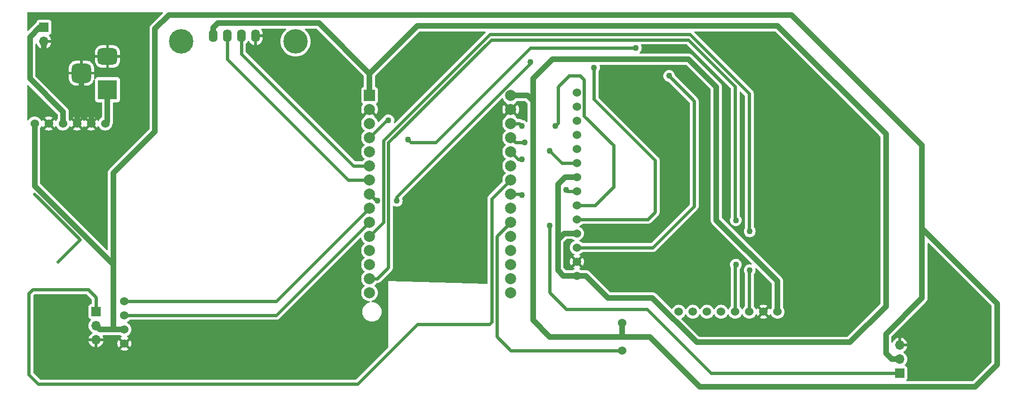
<source format=gbr>
%TF.GenerationSoftware,KiCad,Pcbnew,8.0.5*%
%TF.CreationDate,2024-09-17T15:06:14-05:00*%
%TF.ProjectId,ciclocomputador,6369636c-6f63-46f6-9d70-757461646f72,rev?*%
%TF.SameCoordinates,Original*%
%TF.FileFunction,Copper,L2,Bot*%
%TF.FilePolarity,Positive*%
%FSLAX46Y46*%
G04 Gerber Fmt 4.6, Leading zero omitted, Abs format (unit mm)*
G04 Created by KiCad (PCBNEW 8.0.5) date 2024-09-17 15:06:14*
%MOMM*%
%LPD*%
G01*
G04 APERTURE LIST*
G04 Aperture macros list*
%AMRoundRect*
0 Rectangle with rounded corners*
0 $1 Rounding radius*
0 $2 $3 $4 $5 $6 $7 $8 $9 X,Y pos of 4 corners*
0 Add a 4 corners polygon primitive as box body*
4,1,4,$2,$3,$4,$5,$6,$7,$8,$9,$2,$3,0*
0 Add four circle primitives for the rounded corners*
1,1,$1+$1,$2,$3*
1,1,$1+$1,$4,$5*
1,1,$1+$1,$6,$7*
1,1,$1+$1,$8,$9*
0 Add four rect primitives between the rounded corners*
20,1,$1+$1,$2,$3,$4,$5,0*
20,1,$1+$1,$4,$5,$6,$7,0*
20,1,$1+$1,$6,$7,$8,$9,0*
20,1,$1+$1,$8,$9,$2,$3,0*%
G04 Aperture macros list end*
%TA.AperFunction,ComponentPad*%
%ADD10C,1.524000*%
%TD*%
%TA.AperFunction,ComponentPad*%
%ADD11R,2.000000X2.000000*%
%TD*%
%TA.AperFunction,ComponentPad*%
%ADD12C,2.000000*%
%TD*%
%TA.AperFunction,ComponentPad*%
%ADD13O,1.700000X1.700000*%
%TD*%
%TA.AperFunction,ComponentPad*%
%ADD14R,1.700000X1.700000*%
%TD*%
%TA.AperFunction,ComponentPad*%
%ADD15R,3.500000X3.500000*%
%TD*%
%TA.AperFunction,ComponentPad*%
%ADD16RoundRect,0.750000X-1.000000X0.750000X-1.000000X-0.750000X1.000000X-0.750000X1.000000X0.750000X0*%
%TD*%
%TA.AperFunction,ComponentPad*%
%ADD17RoundRect,0.875000X-0.875000X0.875000X-0.875000X-0.875000X0.875000X-0.875000X0.875000X0.875000X0*%
%TD*%
%TA.AperFunction,WasherPad*%
%ADD18C,4.400000*%
%TD*%
%TA.AperFunction,ComponentPad*%
%ADD19O,1.600000X2.300000*%
%TD*%
%TA.AperFunction,ViaPad*%
%ADD20C,1.100000*%
%TD*%
%TA.AperFunction,Conductor*%
%ADD21C,0.600000*%
%TD*%
%TA.AperFunction,Conductor*%
%ADD22C,1.000000*%
%TD*%
G04 APERTURE END LIST*
D10*
%TO.P,U2,1,GND*%
%TO.N,GND*%
X95497500Y-140222500D03*
%TO.P,U2,2,VCC*%
%TO.N,+5V*%
X95497500Y-137682500D03*
%TO.P,U2,3,SDA*%
%TO.N,/ds3231-sda*%
X95497500Y-135142500D03*
%TO.P,U2,4,SCL*%
%TO.N,/ds3231-scl*%
X95497500Y-132602500D03*
%TD*%
%TO.P,U5,1,vcc*%
%TO.N,+5V*%
X213000000Y-134500000D03*
%TO.P,U5,2,gnd*%
%TO.N,GND*%
X210460000Y-134500000D03*
%TO.P,U5,3,scl*%
%TO.N,/mpu-scl*%
X207920000Y-134500000D03*
%TO.P,U5,4,sda*%
%TO.N,/mpu-sda*%
X205380000Y-134500000D03*
%TO.P,U5,5,xda*%
%TO.N,unconnected-(U5-xda-Pad5)*%
X202840000Y-134500000D03*
%TO.P,U5,6,xcl*%
%TO.N,unconnected-(U5-xcl-Pad6)*%
X200300000Y-134500000D03*
%TO.P,U5,7,add*%
%TO.N,unconnected-(U5-add-Pad7)*%
X197760000Y-134500000D03*
%TO.P,U5,8,int*%
%TO.N,unconnected-(U5-int-Pad8)*%
X195220000Y-134500000D03*
%TD*%
%TO.P,U4,1,VIN*%
%TO.N,VDC*%
X92040000Y-100570000D03*
%TO.P,U4,2,GND*%
%TO.N,GND*%
X89500000Y-100570000D03*
%TO.P,U4,3,GND*%
X86960000Y-100570000D03*
%TO.P,U4,4,BAT*%
%TO.N,+BATT*%
X84420000Y-100570000D03*
%TO.P,U4,5,GND*%
%TO.N,GND*%
X81880000Y-100570000D03*
%TO.P,U4,6,OUT-5V*%
%TO.N,+5V*%
X79340000Y-100570000D03*
%TD*%
D11*
%TO.P,U1,1,3V3*%
%TO.N,+3V3*%
X139600000Y-95500000D03*
D12*
%TO.P,U1,2,GND*%
%TO.N,GND*%
X139600000Y-98040000D03*
%TO.P,U1,3,D15*%
%TO.N,unconnected-(U1-D15-Pad3)*%
X139600000Y-100580000D03*
%TO.P,U1,4,D2*%
%TO.N,/pantalla_cs*%
X139600000Y-103120000D03*
%TO.P,U1,5,D4*%
%TO.N,unconnected-(U1-D4-Pad5)*%
X139600000Y-105660000D03*
%TO.P,U1,6,RX2*%
%TO.N,Net-(U1-RX2)*%
X139600000Y-108200000D03*
%TO.P,U1,7,TX2*%
%TO.N,/gps-16*%
X139600000Y-110740000D03*
%TO.P,U1,8,D5*%
%TO.N,/pantalla_dc*%
X139600000Y-113280000D03*
%TO.P,U1,9,D18*%
%TO.N,/ds3231-scl*%
X139600000Y-115820000D03*
%TO.P,U1,10,D19*%
%TO.N,/ds3231-sda*%
X139600000Y-118360000D03*
%TO.P,U1,11,D21*%
%TO.N,/mpu-scl*%
X139600000Y-120900000D03*
%TO.P,U1,12,RX0*%
%TO.N,unconnected-(U1-RX0-Pad12)*%
X139600000Y-123440000D03*
%TO.P,U1,13,TX0*%
%TO.N,unconnected-(U1-TX0-Pad13)*%
X139600000Y-125980000D03*
%TO.P,U1,14,D22*%
%TO.N,/mpu-sda*%
X139600000Y-128520000D03*
%TO.P,U1,15,D23*%
%TO.N,unconnected-(U1-D23-Pad15)*%
X139600000Y-131060000D03*
%TO.P,U1,30,VIN*%
%TO.N,+5V*%
X165000000Y-95500000D03*
%TO.P,U1,29,GND*%
%TO.N,GND*%
X165000000Y-98040000D03*
%TO.P,U1,28,D13*%
%TO.N,/pantalla mosi*%
X165000000Y-100580000D03*
%TO.P,U1,27,D12*%
%TO.N,/pantalla miso*%
X165000000Y-103120000D03*
%TO.P,U1,26,D14*%
%TO.N,/pantalla_sck(sclk)*%
X165000000Y-105660000D03*
%TO.P,U1,25,D27*%
%TO.N,unconnected-(U1-D27-Pad25)*%
X165000000Y-108200000D03*
%TO.P,U1,24,D26*%
%TO.N,/hall2*%
X165000000Y-110740000D03*
%TO.P,U1,23,D25*%
%TO.N,/hall1*%
X165000000Y-113280000D03*
%TO.P,U1,22,D33*%
%TO.N,unconnected-(U1-D33-Pad22)*%
X165000000Y-115820000D03*
%TO.P,U1,21,D32*%
%TO.N,Net-(U1-D32)*%
X165000000Y-118360000D03*
%TO.P,U1,20,D35*%
%TO.N,unconnected-(U1-D35-Pad20)*%
X165000000Y-120900000D03*
%TO.P,U1,19,D34*%
%TO.N,unconnected-(U1-D34-Pad19)*%
X165000000Y-123440000D03*
%TO.P,U1,18,VN*%
%TO.N,unconnected-(U1-VN-Pad18)*%
X165000000Y-125980000D03*
%TO.P,U1,17,VP*%
%TO.N,unconnected-(U1-VP-Pad17)*%
X165000000Y-128520000D03*
%TO.P,U1,16,EN*%
%TO.N,unconnected-(U1-EN-Pad16)*%
X165000000Y-131060000D03*
%TD*%
D13*
%TO.P,J4,3,Pin_3*%
%TO.N,GND*%
X235000000Y-140500000D03*
%TO.P,J4,2,Pin_2*%
%TO.N,+5V*%
X235000000Y-143040000D03*
D14*
%TO.P,J4,1,Pin_1*%
%TO.N,/hall1*%
X235000000Y-145580000D03*
%TD*%
D15*
%TO.P,J3,1*%
%TO.N,VDC*%
X92457500Y-94500000D03*
D16*
%TO.P,J3,2*%
%TO.N,GND*%
X92457500Y-88500000D03*
D17*
%TO.P,J3,3*%
X87757500Y-91500000D03*
%TD*%
D14*
%TO.P,J1,1,Pin_1*%
%TO.N,/hall2*%
X90400000Y-134475000D03*
D13*
%TO.P,J1,2,Pin_2*%
%TO.N,+5V*%
X90400000Y-137015000D03*
%TO.P,J1,3,Pin_3*%
%TO.N,GND*%
X90400000Y-139555000D03*
%TD*%
D14*
%TO.P,BT1,1,+*%
%TO.N,+BATT*%
X81025000Y-83250000D03*
D13*
%TO.P,BT1,2,-*%
%TO.N,GND*%
X81025000Y-85790000D03*
%TD*%
D10*
%TO.P,SW1,2,2*%
%TO.N,Net-(U1-D32)*%
X185000000Y-141500000D03*
%TO.P,SW1,1,1*%
%TO.N,+5V*%
X185000000Y-136500000D03*
%TD*%
%TO.P,2.4tft1,14,VIN*%
%TO.N,+3V3*%
X176910000Y-128000000D03*
%TO.P,2.4tft1,13,GND*%
%TO.N,GND*%
X176910000Y-125460000D03*
%TO.P,2.4tft1,12,CS*%
%TO.N,/pantalla_cs*%
X176910000Y-122920000D03*
%TO.P,2.4tft1,11,RESET*%
%TO.N,+3V3*%
X176910000Y-120380000D03*
%TO.P,2.4tft1,10,D/C*%
%TO.N,/pantalla_dc*%
X176910000Y-117840000D03*
%TO.P,2.4tft1,9,SDI(MOSI)*%
%TO.N,/pantalla mosi*%
X176910000Y-115300000D03*
%TO.P,2.4tft1,8,SCK*%
%TO.N,/pantalla_sck(sclk)*%
X176910000Y-112760000D03*
%TO.P,2.4tft1,7,LED*%
%TO.N,+3V3*%
X176910000Y-110220000D03*
%TO.P,2.4tft1,6,SDO(MISO)*%
%TO.N,/pantalla miso*%
X176910000Y-107680000D03*
%TO.P,2.4tft1,5,T_CLK*%
%TO.N,unconnected-(2.4tft1-T_CLK-Pad5)*%
X176910000Y-105140000D03*
%TO.P,2.4tft1,4,T_CS*%
%TO.N,unconnected-(2.4tft1-T_CS-Pad4)*%
X176910000Y-102600000D03*
%TO.P,2.4tft1,3,T_DIN*%
%TO.N,unconnected-(2.4tft1-T_DIN-Pad3)*%
X176910000Y-100060000D03*
%TO.P,2.4tft1,2,T_OUT*%
%TO.N,unconnected-(2.4tft1-T_OUT-Pad2)*%
X176910000Y-97520000D03*
%TO.P,2.4tft1,1,T_IRQ*%
%TO.N,unconnected-(2.4tft1-T_IRQ-Pad1)*%
X176910000Y-94980000D03*
%TD*%
D18*
%TO.P,gpsneo1,*%
%TO.N,*%
X105700000Y-85800000D03*
X126300000Y-85800000D03*
D19*
%TO.P,gpsneo1,1,vcc*%
%TO.N,+3V3*%
X111450000Y-84800000D03*
%TO.P,gpsneo1,2,rx*%
%TO.N,/gps-16*%
X113990000Y-84800000D03*
%TO.P,gpsneo1,3,tx*%
%TO.N,Net-(U1-RX2)*%
X116530000Y-84800000D03*
%TO.P,gpsneo1,4,gnd*%
%TO.N,GND*%
X119070000Y-84800000D03*
%TD*%
D20*
%TO.N,GND*%
X160000000Y-125500000D03*
X175000000Y-124500000D03*
X123500000Y-91500000D03*
X99000000Y-99000000D03*
X157000000Y-104000000D03*
X148500000Y-95000000D03*
X204000000Y-131000000D03*
X209500000Y-131000000D03*
X211000000Y-131000000D03*
X215000000Y-131000000D03*
X211000000Y-131000000D03*
X230500000Y-131500000D03*
X240500000Y-134000000D03*
%TO.N,/mpu-sda*%
X205500000Y-118000000D03*
%TO.N,/mpu-scl*%
X208000000Y-120000000D03*
%TO.N,/mpu-sda*%
X205500000Y-126000000D03*
%TO.N,/mpu-scl*%
X208000000Y-127000000D03*
%TO.N,/pantalla_sck(sclk)*%
X175000000Y-112500000D03*
%TO.N,/pantalla mosi*%
X173000000Y-101000000D03*
%TO.N,/hall1*%
X167000000Y-113500000D03*
X172000000Y-119000000D03*
%TO.N,/pantalla_sck(sclk)*%
X167000000Y-107000000D03*
%TO.N,/pantalla mosi*%
X167000000Y-101000000D03*
%TO.N,/pantalla_cs*%
X187500000Y-87000000D03*
X193500000Y-92000000D03*
%TO.N,/pantalla_dc*%
X168500000Y-89500000D03*
X180000000Y-90500000D03*
%TO.N,/pantalla miso*%
X167500000Y-104000000D03*
X172000000Y-105500000D03*
%TO.N,/pantalla_dc*%
X144500000Y-114500000D03*
X141000000Y-114500000D03*
%TO.N,/pantalla_cs*%
X143000000Y-100000000D03*
X146500000Y-103500000D03*
%TD*%
D21*
%TO.N,*%
X79309709Y-113300291D02*
X84504709Y-118495291D01*
X82004709Y-115995291D02*
X79309709Y-113300291D01*
X84254709Y-118245291D02*
X81754709Y-115745291D01*
X82004709Y-115995291D02*
X84254709Y-118245291D01*
X84004709Y-117995291D02*
X82004709Y-115995291D01*
X81754709Y-115745291D02*
X82004709Y-115995291D01*
X87504709Y-121495291D02*
X84004709Y-117995291D01*
X83500000Y-125500000D02*
X87504709Y-121495291D01*
%TO.N,/mpu-sda*%
X205380000Y-117880000D02*
X205500000Y-118000000D01*
X205380000Y-93880000D02*
X205380000Y-117880000D01*
%TO.N,/mpu-scl*%
X207920000Y-119920000D02*
X208000000Y-120000000D01*
X207920000Y-95212262D02*
X207920000Y-119920000D01*
%TO.N,/mpu-sda*%
X205380000Y-126120000D02*
X205500000Y-126000000D01*
X205380000Y-134500000D02*
X205380000Y-126120000D01*
%TO.N,/mpu-scl*%
X207920000Y-134500000D02*
X207920000Y-127420000D01*
X207920000Y-127080000D02*
X208000000Y-127000000D01*
%TO.N,/pantalla_sck(sclk)*%
X175260000Y-112760000D02*
X176910000Y-112760000D01*
X175000000Y-112500000D02*
X175260000Y-112760000D01*
D22*
%TO.N,+3V3*%
X173500000Y-111500000D02*
X174780000Y-110220000D01*
X174780000Y-110220000D02*
X176910000Y-110220000D01*
X173500000Y-121500000D02*
X173500000Y-111500000D01*
D21*
%TO.N,/pantalla mosi*%
X173500000Y-100500000D02*
X173000000Y-101000000D01*
X173500000Y-94000000D02*
X173500000Y-100500000D01*
X175500000Y-92000000D02*
X173500000Y-94000000D01*
X178226000Y-92726000D02*
X177500000Y-92000000D01*
X183500000Y-104500000D02*
X178226000Y-99226000D01*
X178226000Y-99226000D02*
X178226000Y-92726000D01*
X183500000Y-112000000D02*
X183500000Y-104500000D01*
X177500000Y-92000000D02*
X175500000Y-92000000D01*
X182000000Y-113500000D02*
X183500000Y-112000000D01*
X176910000Y-115300000D02*
X180200000Y-115300000D01*
X180200000Y-115300000D02*
X182000000Y-113500000D01*
%TO.N,/pantalla_dc*%
X189660000Y-117840000D02*
X176910000Y-117840000D01*
X191000000Y-107208894D02*
X191000000Y-116500000D01*
X191000000Y-116500000D02*
X189660000Y-117840000D01*
X180000000Y-96208894D02*
X191000000Y-107208894D01*
X180000000Y-90500000D02*
X180000000Y-96208894D01*
X144500000Y-113802312D02*
X144500000Y-114500000D01*
X168500000Y-89500000D02*
X168500000Y-89802312D01*
X168500000Y-89802312D02*
X144500000Y-113802312D01*
%TO.N,/hall1*%
X166780000Y-113280000D02*
X167000000Y-113500000D01*
X166280000Y-113280000D02*
X166780000Y-113280000D01*
%TO.N,/pantalla mosi*%
X166580000Y-100580000D02*
X167000000Y-101000000D01*
X165000000Y-100580000D02*
X166580000Y-100580000D01*
%TO.N,/pantalla_sck(sclk)*%
X166340000Y-107000000D02*
X167000000Y-107000000D01*
X165000000Y-105660000D02*
X166340000Y-107000000D01*
%TO.N,/pantalla_cs*%
X185000000Y-87000000D02*
X187500000Y-87000000D01*
X168500000Y-87000000D02*
X185000000Y-87000000D01*
X163000000Y-92500000D02*
X168500000Y-87000000D01*
X151500000Y-104000000D02*
X163000000Y-92500000D01*
X147000000Y-104000000D02*
X151500000Y-104000000D01*
X146500000Y-103500000D02*
X147000000Y-104000000D01*
D22*
%TO.N,+5V*%
X202000000Y-118000000D02*
X213000000Y-129000000D01*
X197000000Y-89000000D02*
X202000000Y-94000000D01*
X202000000Y-94000000D02*
X202000000Y-118000000D01*
X172500000Y-89000000D02*
X197000000Y-89000000D01*
X213000000Y-129000000D02*
X213000000Y-134500000D01*
X169000000Y-92500000D02*
X172500000Y-89000000D01*
X169000000Y-96500000D02*
X169000000Y-92500000D01*
D21*
%TO.N,/pantalla miso*%
X165880000Y-104000000D02*
X165000000Y-103120000D01*
X167500000Y-104000000D02*
X165880000Y-104000000D01*
X174180000Y-107680000D02*
X172000000Y-105500000D01*
X176910000Y-107680000D02*
X174180000Y-107680000D01*
%TO.N,/pantalla_dc*%
X141000000Y-114500000D02*
X140820000Y-114500000D01*
X139600000Y-113280000D02*
X140820000Y-114500000D01*
X140280000Y-113280000D02*
X139600000Y-113280000D01*
%TO.N,/mpu-scl*%
X161292262Y-84500000D02*
X142146000Y-103646262D01*
X197207738Y-84500000D02*
X161292262Y-84500000D01*
X207920000Y-95212262D02*
X197207738Y-84500000D01*
X142146000Y-103646262D02*
X142396131Y-103396131D01*
X142146000Y-116500000D02*
X142146000Y-103646262D01*
X142146000Y-116146000D02*
X142146000Y-116500000D01*
X142146000Y-116500000D02*
X142146000Y-118354000D01*
X142146000Y-118354000D02*
X139600000Y-120900000D01*
%TO.N,/mpu-sda*%
X140980000Y-128520000D02*
X139600000Y-128520000D01*
X143000000Y-104000000D02*
X143000000Y-126500000D01*
X161510000Y-85490000D02*
X143000000Y-104000000D01*
X165379138Y-85490000D02*
X161510000Y-85490000D01*
X143000000Y-126500000D02*
X140980000Y-128520000D01*
X165389138Y-85500000D02*
X165379138Y-85490000D01*
X197000000Y-85500000D02*
X165389138Y-85500000D01*
X205380000Y-93880000D02*
X197000000Y-85500000D01*
D22*
%TO.N,+5V*%
X185000000Y-136500000D02*
X185000000Y-139000000D01*
X185000000Y-139000000D02*
X190000000Y-139000000D01*
X172000000Y-139000000D02*
X185000000Y-139000000D01*
X239000000Y-119500000D02*
X239000000Y-118500000D01*
X248500000Y-148000000D02*
X252500000Y-144000000D01*
X252500000Y-144000000D02*
X252500000Y-133000000D01*
X199000000Y-148000000D02*
X248500000Y-148000000D01*
X190000000Y-139000000D02*
X199000000Y-148000000D01*
X252500000Y-133000000D02*
X239000000Y-119500000D01*
X169000000Y-136000000D02*
X172000000Y-139000000D01*
X169000000Y-96500000D02*
X169000000Y-136000000D01*
X165000000Y-95500000D02*
X168000000Y-95500000D01*
X239000000Y-118500000D02*
X239000000Y-132000000D01*
X239000000Y-104500000D02*
X239000000Y-118500000D01*
D21*
%TO.N,/hall2*%
X161626000Y-136368264D02*
X161626000Y-114114000D01*
X161204264Y-136790000D02*
X161626000Y-136368264D01*
X148210000Y-136790000D02*
X161204264Y-136790000D01*
X80000000Y-147500000D02*
X137500000Y-147500000D01*
X78300000Y-145800000D02*
X80000000Y-147500000D01*
X78300000Y-131200000D02*
X78300000Y-145800000D01*
X161626000Y-114114000D02*
X165000000Y-110740000D01*
X79000000Y-130500000D02*
X78300000Y-131200000D01*
X137500000Y-147500000D02*
X148210000Y-136790000D01*
X89000000Y-130500000D02*
X79000000Y-130500000D01*
X90400000Y-131900000D02*
X89000000Y-130500000D01*
X90400000Y-134475000D02*
X90400000Y-131900000D01*
%TO.N,/pantalla_cs*%
X190580000Y-122920000D02*
X176910000Y-122920000D01*
X193500000Y-92000000D02*
X198000000Y-96500000D01*
X198000000Y-96500000D02*
X198000000Y-115500000D01*
X198000000Y-115500000D02*
X190580000Y-122920000D01*
D22*
%TO.N,+5V*%
X233540000Y-143040000D02*
X235000000Y-143040000D01*
X232500000Y-142000000D02*
X233540000Y-143040000D01*
X232500000Y-138500000D02*
X232500000Y-142000000D01*
X239000000Y-132000000D02*
X232500000Y-138500000D01*
X101000000Y-83500000D02*
X103500000Y-81000000D01*
X215500000Y-81000000D02*
X239000000Y-104500000D01*
X103500000Y-81000000D02*
X215500000Y-81000000D01*
X93500000Y-109500000D02*
X101000000Y-102000000D01*
X93500000Y-126500000D02*
X93500000Y-109500000D01*
X101000000Y-102000000D02*
X101000000Y-83500000D01*
%TO.N,+3V3*%
X148200000Y-83000000D02*
X139600000Y-91600000D01*
X213000000Y-83000000D02*
X148200000Y-83000000D01*
X232500000Y-133500000D02*
X232500000Y-102500000D01*
X226000000Y-140000000D02*
X232500000Y-133500000D01*
X232500000Y-102500000D02*
X213000000Y-83000000D01*
X190500000Y-132000000D02*
X198500000Y-140000000D01*
X182500000Y-132000000D02*
X190500000Y-132000000D01*
X178500000Y-128000000D02*
X182500000Y-132000000D01*
X198500000Y-140000000D02*
X226000000Y-140000000D01*
X176910000Y-128000000D02*
X178500000Y-128000000D01*
X130500000Y-82500000D02*
X139600000Y-91600000D01*
X111450000Y-83350000D02*
X112300000Y-82500000D01*
X112300000Y-82500000D02*
X130500000Y-82500000D01*
X111450000Y-84800000D02*
X111450000Y-83350000D01*
%TO.N,+5V*%
X93500000Y-126500000D02*
X93500000Y-137682500D01*
X93500000Y-126000000D02*
X93500000Y-126500000D01*
X93500000Y-137682500D02*
X92500000Y-137682500D01*
X79340000Y-111840000D02*
X93500000Y-126000000D01*
X95497500Y-137682500D02*
X93500000Y-137682500D01*
X79340000Y-100570000D02*
X79340000Y-111840000D01*
%TO.N,+BATT*%
X78500000Y-85000000D02*
X80250000Y-83250000D01*
X78500000Y-92500000D02*
X78500000Y-85000000D01*
X84500000Y-98500000D02*
X78500000Y-92500000D01*
X84500000Y-100500000D02*
X84500000Y-98500000D01*
X80250000Y-83250000D02*
X81025000Y-83250000D01*
X84420000Y-100570000D02*
X84430000Y-100570000D01*
X84430000Y-100570000D02*
X84500000Y-100500000D01*
%TO.N,GND*%
X86960000Y-99040000D02*
X86960000Y-100570000D01*
X87000000Y-98000000D02*
X87000000Y-99000000D01*
X81025000Y-92025000D02*
X87000000Y-98000000D01*
X81025000Y-85790000D02*
X81025000Y-92025000D01*
X87000000Y-99000000D02*
X86960000Y-99040000D01*
%TO.N,+5V*%
X92500000Y-137682500D02*
X91067500Y-137682500D01*
%TO.N,VDC*%
X92457500Y-94500000D02*
X92457500Y-100152500D01*
X92457500Y-100152500D02*
X92040000Y-100570000D01*
%TO.N,GND*%
X89500000Y-97500000D02*
X89500000Y-100570000D01*
X87757500Y-95757500D02*
X89500000Y-97500000D01*
X87757500Y-91500000D02*
X87757500Y-95757500D01*
%TO.N,+5V*%
X91067500Y-137682500D02*
X90400000Y-137015000D01*
D21*
%TO.N,/pantalla_cs*%
X142720000Y-100000000D02*
X143000000Y-100000000D01*
X139600000Y-103120000D02*
X142720000Y-100000000D01*
D22*
%TO.N,+3V3*%
X139600000Y-91600000D02*
X139600000Y-95500000D01*
D21*
%TO.N,/gps-16*%
X113990000Y-87990000D02*
X113990000Y-84800000D01*
X114000000Y-88000000D02*
X113990000Y-87990000D01*
%TO.N,Net-(U1-RX2)*%
X116530000Y-88030000D02*
X116530000Y-84800000D01*
X139600000Y-108200000D02*
X136700000Y-108200000D01*
X136700000Y-108200000D02*
X116530000Y-88030000D01*
D22*
%TO.N,+3V3*%
X173500000Y-127000000D02*
X174500000Y-128000000D01*
X173500000Y-121500000D02*
X173500000Y-127000000D01*
X174500000Y-128000000D02*
X176910000Y-128000000D01*
X174620000Y-120380000D02*
X173500000Y-121500000D01*
X176910000Y-120380000D02*
X174620000Y-120380000D01*
D21*
%TO.N,/hall1*%
X172000000Y-131000000D02*
X172000000Y-119000000D01*
X166280000Y-113280000D02*
X165000000Y-113280000D01*
X175000000Y-134000000D02*
X172000000Y-131000000D01*
X189500000Y-134000000D02*
X175000000Y-134000000D01*
X201080000Y-145580000D02*
X189500000Y-134000000D01*
X235000000Y-145580000D02*
X201080000Y-145580000D01*
%TO.N,/gps-16*%
X114000000Y-89000000D02*
X114000000Y-88000000D01*
X135740000Y-110740000D02*
X114000000Y-89000000D01*
X139600000Y-110740000D02*
X135740000Y-110740000D01*
%TO.N,Net-(U1-D32)*%
X162480000Y-120880000D02*
X165000000Y-118360000D01*
X162480000Y-138980000D02*
X162480000Y-120880000D01*
X165000000Y-141500000D02*
X162480000Y-138980000D01*
X185000000Y-141500000D02*
X165000000Y-141500000D01*
%TO.N,/ds3231-scl*%
X122817500Y-132602500D02*
X139600000Y-115820000D01*
X95497500Y-132602500D02*
X122817500Y-132602500D01*
%TO.N,/ds3231-sda*%
X122817500Y-135142500D02*
X139600000Y-118360000D01*
X95497500Y-135142500D02*
X122817500Y-135142500D01*
D22*
%TO.N,+5V*%
X168000000Y-95500000D02*
X169000000Y-96500000D01*
%TD*%
%TA.AperFunction,Conductor*%
%TO.N,GND*%
G36*
X240205703Y-122121069D02*
G01*
X240212181Y-122127101D01*
X251463181Y-133378101D01*
X251496666Y-133439424D01*
X251499500Y-133465782D01*
X251499500Y-143534217D01*
X251479815Y-143601256D01*
X251463181Y-143621898D01*
X248121899Y-146963181D01*
X248060576Y-146996666D01*
X248034218Y-146999500D01*
X236294954Y-146999500D01*
X236227915Y-146979815D01*
X236182160Y-146927011D01*
X236172216Y-146857853D01*
X236201241Y-146794297D01*
X236207273Y-146787819D01*
X236207542Y-146787548D01*
X236207546Y-146787546D01*
X236293796Y-146672331D01*
X236344091Y-146537483D01*
X236350500Y-146477873D01*
X236350499Y-144682128D01*
X236344091Y-144622517D01*
X236342387Y-144617949D01*
X236293797Y-144487671D01*
X236293793Y-144487664D01*
X236207547Y-144372455D01*
X236207544Y-144372452D01*
X236092335Y-144286206D01*
X236092328Y-144286202D01*
X235960917Y-144237189D01*
X235904983Y-144195318D01*
X235880566Y-144129853D01*
X235895418Y-144061580D01*
X235916563Y-144033332D01*
X236038495Y-143911401D01*
X236174035Y-143717830D01*
X236273903Y-143503663D01*
X236335063Y-143275408D01*
X236355659Y-143040000D01*
X236335063Y-142804592D01*
X236273903Y-142576337D01*
X236174035Y-142362171D01*
X236156284Y-142336819D01*
X236038494Y-142168597D01*
X235871402Y-142001506D01*
X235871401Y-142001505D01*
X235685405Y-141871269D01*
X235641781Y-141816692D01*
X235634588Y-141747193D01*
X235666110Y-141684839D01*
X235685405Y-141668119D01*
X235871082Y-141538105D01*
X236038105Y-141371082D01*
X236173600Y-141177578D01*
X236273429Y-140963492D01*
X236273432Y-140963486D01*
X236330636Y-140750000D01*
X235433012Y-140750000D01*
X235465925Y-140692993D01*
X235500000Y-140565826D01*
X235500000Y-140434174D01*
X235465925Y-140307007D01*
X235433012Y-140250000D01*
X236330636Y-140250000D01*
X236330635Y-140249999D01*
X236273432Y-140036513D01*
X236273429Y-140036507D01*
X236173600Y-139822422D01*
X236173599Y-139822420D01*
X236038113Y-139628926D01*
X236038108Y-139628920D01*
X235871082Y-139461894D01*
X235677578Y-139326399D01*
X235463492Y-139226570D01*
X235463486Y-139226567D01*
X235250000Y-139169364D01*
X235250000Y-140066988D01*
X235192993Y-140034075D01*
X235065826Y-140000000D01*
X234934174Y-140000000D01*
X234807007Y-140034075D01*
X234750000Y-140066988D01*
X234750000Y-139169364D01*
X234749999Y-139169364D01*
X234536513Y-139226567D01*
X234536507Y-139226570D01*
X234322422Y-139326399D01*
X234322420Y-139326400D01*
X234128926Y-139461886D01*
X234128920Y-139461891D01*
X233961891Y-139628920D01*
X233961886Y-139628926D01*
X233826400Y-139822420D01*
X233826399Y-139822422D01*
X233736882Y-140014393D01*
X233690710Y-140066832D01*
X233623516Y-140085984D01*
X233556635Y-140065768D01*
X233511300Y-140012603D01*
X233500500Y-139961988D01*
X233500500Y-138965781D01*
X233520185Y-138898742D01*
X233536814Y-138878105D01*
X239637778Y-132777141D01*
X239637782Y-132777139D01*
X239777139Y-132637782D01*
X239886632Y-132473914D01*
X239909615Y-132418426D01*
X239939961Y-132345166D01*
X239939961Y-132345165D01*
X239950188Y-132320475D01*
X239962051Y-132291836D01*
X240000500Y-132098540D01*
X240000500Y-131901460D01*
X240000500Y-131901459D01*
X240000500Y-122214782D01*
X240020185Y-122147743D01*
X240072989Y-122101988D01*
X240142147Y-122092044D01*
X240205703Y-122121069D01*
G37*
%TD.AperFunction*%
%TA.AperFunction,Conductor*%
G36*
X163538851Y-95998051D02*
G01*
X163594784Y-96039923D01*
X163609072Y-96064421D01*
X163614824Y-96077534D01*
X163675826Y-96216606D01*
X163811833Y-96424782D01*
X163811836Y-96424785D01*
X163980256Y-96607738D01*
X163980259Y-96607740D01*
X163980262Y-96607743D01*
X164083743Y-96688286D01*
X164124556Y-96744996D01*
X164131343Y-96793823D01*
X164129941Y-96816389D01*
X164862424Y-97548871D01*
X164803147Y-97564755D01*
X164686853Y-97631898D01*
X164591898Y-97726853D01*
X164524755Y-97843147D01*
X164508872Y-97902424D01*
X163776564Y-97170116D01*
X163676267Y-97323632D01*
X163576412Y-97551282D01*
X163515387Y-97792261D01*
X163515385Y-97792270D01*
X163494859Y-98039994D01*
X163494859Y-98040005D01*
X163515385Y-98287729D01*
X163515387Y-98287738D01*
X163576412Y-98528717D01*
X163676266Y-98756364D01*
X163776564Y-98909882D01*
X164508871Y-98177575D01*
X164524755Y-98236853D01*
X164591898Y-98353147D01*
X164686853Y-98448102D01*
X164803147Y-98515245D01*
X164862424Y-98531128D01*
X164129942Y-99263609D01*
X164131343Y-99286177D01*
X164115850Y-99354307D01*
X164083744Y-99391713D01*
X163980258Y-99472260D01*
X163980256Y-99472261D01*
X163980256Y-99472262D01*
X163959952Y-99494317D01*
X163811833Y-99655217D01*
X163675826Y-99863393D01*
X163575936Y-100091118D01*
X163514892Y-100332175D01*
X163514890Y-100332187D01*
X163494357Y-100579994D01*
X163494357Y-100580005D01*
X163514890Y-100827812D01*
X163514892Y-100827824D01*
X163575936Y-101068881D01*
X163675826Y-101296606D01*
X163811833Y-101504782D01*
X163811836Y-101504785D01*
X163980256Y-101687738D01*
X164063008Y-101752147D01*
X164103821Y-101808857D01*
X164107496Y-101878630D01*
X164072864Y-101939313D01*
X164063014Y-101947848D01*
X164039258Y-101966339D01*
X163980257Y-102012261D01*
X163811833Y-102195217D01*
X163675826Y-102403393D01*
X163575936Y-102631118D01*
X163514892Y-102872175D01*
X163514890Y-102872187D01*
X163494357Y-103119994D01*
X163494357Y-103120005D01*
X163514890Y-103367812D01*
X163514892Y-103367824D01*
X163575936Y-103608881D01*
X163675826Y-103836606D01*
X163811833Y-104044782D01*
X163811836Y-104044785D01*
X163980256Y-104227738D01*
X164063008Y-104292147D01*
X164103821Y-104348857D01*
X164107496Y-104418630D01*
X164072864Y-104479313D01*
X164063014Y-104487848D01*
X164039258Y-104506339D01*
X163980257Y-104552261D01*
X163811833Y-104735217D01*
X163675826Y-104943393D01*
X163575936Y-105171118D01*
X163514892Y-105412175D01*
X163514890Y-105412187D01*
X163494357Y-105659994D01*
X163494357Y-105660005D01*
X163514890Y-105907812D01*
X163514892Y-105907824D01*
X163575936Y-106148881D01*
X163675826Y-106376606D01*
X163811833Y-106584782D01*
X163822202Y-106596046D01*
X163980256Y-106767738D01*
X164063008Y-106832147D01*
X164103821Y-106888857D01*
X164107496Y-106958630D01*
X164072864Y-107019313D01*
X164063014Y-107027848D01*
X164039258Y-107046339D01*
X163980257Y-107092261D01*
X163811833Y-107275217D01*
X163675826Y-107483393D01*
X163575936Y-107711118D01*
X163514892Y-107952175D01*
X163514890Y-107952187D01*
X163494357Y-108199994D01*
X163494357Y-108200005D01*
X163514890Y-108447812D01*
X163514892Y-108447824D01*
X163575936Y-108688881D01*
X163675826Y-108916606D01*
X163811833Y-109124782D01*
X163811836Y-109124785D01*
X163980256Y-109307738D01*
X164063008Y-109372147D01*
X164103821Y-109428857D01*
X164107496Y-109498630D01*
X164072864Y-109559313D01*
X164063014Y-109567848D01*
X164039258Y-109586339D01*
X163980257Y-109632261D01*
X163811833Y-109815217D01*
X163675826Y-110023393D01*
X163575936Y-110251118D01*
X163514892Y-110492175D01*
X163514890Y-110492187D01*
X163494357Y-110739994D01*
X163494357Y-110740005D01*
X163514890Y-110987812D01*
X163514893Y-110987826D01*
X163518855Y-111003474D01*
X163516227Y-111073294D01*
X163486329Y-111121591D01*
X161694372Y-112913550D01*
X161115711Y-113492211D01*
X161080110Y-113527812D01*
X161004209Y-113603712D01*
X160916609Y-113734814D01*
X160916602Y-113734827D01*
X160856264Y-113880498D01*
X160856261Y-113880510D01*
X160825500Y-114035153D01*
X160825500Y-129354373D01*
X160805815Y-129421412D01*
X160753011Y-129467167D01*
X160698150Y-129478328D01*
X143000000Y-129000000D01*
X143000000Y-140816560D01*
X142980315Y-140883599D01*
X142963681Y-140904241D01*
X137204741Y-146663181D01*
X137143418Y-146696666D01*
X137117060Y-146699500D01*
X80382940Y-146699500D01*
X80315901Y-146679815D01*
X80295259Y-146663181D01*
X79136819Y-145504741D01*
X79103334Y-145443418D01*
X79100500Y-145417060D01*
X79100500Y-131582940D01*
X79120185Y-131515901D01*
X79136819Y-131495259D01*
X79295259Y-131336819D01*
X79356582Y-131303334D01*
X79382940Y-131300500D01*
X88617060Y-131300500D01*
X88684099Y-131320185D01*
X88704741Y-131336819D01*
X89563181Y-132195259D01*
X89596666Y-132256582D01*
X89599500Y-132282940D01*
X89599500Y-133002648D01*
X89579815Y-133069687D01*
X89527011Y-133115442D01*
X89488755Y-133125938D01*
X89442516Y-133130909D01*
X89307671Y-133181202D01*
X89307664Y-133181206D01*
X89192455Y-133267452D01*
X89192452Y-133267455D01*
X89106206Y-133382664D01*
X89106202Y-133382671D01*
X89055908Y-133517517D01*
X89049908Y-133573329D01*
X89049501Y-133577123D01*
X89049500Y-133577135D01*
X89049500Y-135372870D01*
X89049501Y-135372876D01*
X89055908Y-135432483D01*
X89106202Y-135567328D01*
X89106206Y-135567335D01*
X89192452Y-135682544D01*
X89192455Y-135682547D01*
X89307664Y-135768793D01*
X89307671Y-135768797D01*
X89439081Y-135817810D01*
X89495015Y-135859681D01*
X89519432Y-135925145D01*
X89504580Y-135993418D01*
X89483430Y-136021673D01*
X89361503Y-136143600D01*
X89225965Y-136337169D01*
X89225964Y-136337171D01*
X89126098Y-136551335D01*
X89126094Y-136551344D01*
X89064938Y-136779586D01*
X89064936Y-136779596D01*
X89044341Y-137014999D01*
X89044341Y-137015000D01*
X89064936Y-137250403D01*
X89064938Y-137250413D01*
X89126094Y-137478655D01*
X89126096Y-137478659D01*
X89126097Y-137478663D01*
X89163903Y-137559737D01*
X89225965Y-137692830D01*
X89225967Y-137692834D01*
X89334281Y-137847521D01*
X89361505Y-137886401D01*
X89528599Y-138053495D01*
X89673327Y-138154835D01*
X89714594Y-138183730D01*
X89758219Y-138238307D01*
X89765413Y-138307805D01*
X89733890Y-138370160D01*
X89714595Y-138386880D01*
X89528922Y-138516890D01*
X89528920Y-138516891D01*
X89361891Y-138683920D01*
X89361886Y-138683926D01*
X89226400Y-138877420D01*
X89226399Y-138877422D01*
X89126570Y-139091507D01*
X89126567Y-139091513D01*
X89069364Y-139304999D01*
X89069364Y-139305000D01*
X89966988Y-139305000D01*
X89934075Y-139362007D01*
X89900000Y-139489174D01*
X89900000Y-139620826D01*
X89934075Y-139747993D01*
X89966988Y-139805000D01*
X89069364Y-139805000D01*
X89126567Y-140018486D01*
X89126570Y-140018492D01*
X89226399Y-140232578D01*
X89361894Y-140426082D01*
X89528917Y-140593105D01*
X89722421Y-140728600D01*
X89936507Y-140828429D01*
X89936516Y-140828433D01*
X90150000Y-140885634D01*
X90150000Y-139988012D01*
X90207007Y-140020925D01*
X90334174Y-140055000D01*
X90465826Y-140055000D01*
X90592993Y-140020925D01*
X90650000Y-139988012D01*
X90650000Y-140885633D01*
X90863483Y-140828433D01*
X90863492Y-140828429D01*
X91077578Y-140728600D01*
X91271082Y-140593105D01*
X91438105Y-140426082D01*
X91573600Y-140232578D01*
X91673429Y-140018492D01*
X91673432Y-140018486D01*
X91730636Y-139805000D01*
X90833012Y-139805000D01*
X90865925Y-139747993D01*
X90900000Y-139620826D01*
X90900000Y-139489174D01*
X90865925Y-139362007D01*
X90833012Y-139305000D01*
X91730636Y-139305000D01*
X91730635Y-139304999D01*
X91673432Y-139091513D01*
X91673429Y-139091507D01*
X91573600Y-138877422D01*
X91570894Y-138872735D01*
X91572049Y-138872067D01*
X91551764Y-138811920D01*
X91568773Y-138744152D01*
X91619720Y-138696338D01*
X91675666Y-138683000D01*
X92401459Y-138683000D01*
X93401459Y-138683000D01*
X94686162Y-138683000D01*
X94753201Y-138702685D01*
X94757267Y-138705412D01*
X94863838Y-138780034D01*
X94993281Y-138840394D01*
X95045720Y-138886566D01*
X95064872Y-138953760D01*
X95044656Y-139020641D01*
X94993281Y-139065158D01*
X94864090Y-139125401D01*
X94799311Y-139170758D01*
X95470053Y-139841500D01*
X95447340Y-139841500D01*
X95350439Y-139867464D01*
X95263560Y-139917624D01*
X95192624Y-139988560D01*
X95142464Y-140075439D01*
X95116500Y-140172340D01*
X95116500Y-140195052D01*
X94445758Y-139524311D01*
X94400401Y-139589090D01*
X94307079Y-139789220D01*
X94307075Y-139789229D01*
X94249926Y-140002513D01*
X94249924Y-140002523D01*
X94230679Y-140222499D01*
X94230679Y-140222500D01*
X94249924Y-140442476D01*
X94249926Y-140442486D01*
X94307075Y-140655770D01*
X94307080Y-140655784D01*
X94400398Y-140855905D01*
X94400401Y-140855911D01*
X94445758Y-140920687D01*
X94445759Y-140920688D01*
X95116500Y-140249947D01*
X95116500Y-140272660D01*
X95142464Y-140369561D01*
X95192624Y-140456440D01*
X95263560Y-140527376D01*
X95350439Y-140577536D01*
X95447340Y-140603500D01*
X95470053Y-140603500D01*
X94799310Y-141274240D01*
X94864090Y-141319599D01*
X94864092Y-141319600D01*
X95064215Y-141412919D01*
X95064229Y-141412924D01*
X95277513Y-141470073D01*
X95277523Y-141470075D01*
X95497499Y-141489321D01*
X95497501Y-141489321D01*
X95717476Y-141470075D01*
X95717486Y-141470073D01*
X95930770Y-141412924D01*
X95930784Y-141412919D01*
X96130907Y-141319600D01*
X96130917Y-141319594D01*
X96195688Y-141274241D01*
X95524948Y-140603500D01*
X95547660Y-140603500D01*
X95644561Y-140577536D01*
X95731440Y-140527376D01*
X95802376Y-140456440D01*
X95852536Y-140369561D01*
X95878500Y-140272660D01*
X95878500Y-140249947D01*
X96549241Y-140920688D01*
X96594594Y-140855917D01*
X96594600Y-140855907D01*
X96687919Y-140655784D01*
X96687924Y-140655770D01*
X96745073Y-140442486D01*
X96745075Y-140442476D01*
X96764321Y-140222500D01*
X96764321Y-140222499D01*
X96745075Y-140002523D01*
X96745073Y-140002513D01*
X96687924Y-139789229D01*
X96687920Y-139789220D01*
X96594596Y-139589086D01*
X96549241Y-139524311D01*
X96549240Y-139524310D01*
X95878500Y-140195051D01*
X95878500Y-140172340D01*
X95852536Y-140075439D01*
X95802376Y-139988560D01*
X95731440Y-139917624D01*
X95644561Y-139867464D01*
X95547660Y-139841500D01*
X95524948Y-139841500D01*
X96195688Y-139170759D01*
X96195687Y-139170758D01*
X96130911Y-139125401D01*
X96130905Y-139125398D01*
X96001719Y-139065158D01*
X95949279Y-139018986D01*
X95930127Y-138951793D01*
X95950343Y-138884911D01*
X96001719Y-138840394D01*
X96131162Y-138780034D01*
X96312120Y-138653326D01*
X96468326Y-138497120D01*
X96595034Y-138316162D01*
X96688394Y-138115950D01*
X96745570Y-137902568D01*
X96764823Y-137682500D01*
X96745570Y-137462432D01*
X96688394Y-137249050D01*
X96595034Y-137048839D01*
X96468326Y-136867880D01*
X96312120Y-136711674D01*
X96312116Y-136711671D01*
X96312115Y-136711670D01*
X96131166Y-136584968D01*
X96131158Y-136584964D01*
X96002311Y-136524882D01*
X95949871Y-136478710D01*
X95930719Y-136411517D01*
X95950935Y-136344635D01*
X96002311Y-136300118D01*
X96045600Y-136279932D01*
X96131162Y-136240034D01*
X96312120Y-136113326D01*
X96446127Y-135979319D01*
X96507450Y-135945834D01*
X96533808Y-135943000D01*
X122896344Y-135943000D01*
X122896345Y-135942999D01*
X123050997Y-135912237D01*
X123196679Y-135851894D01*
X123327789Y-135764289D01*
X137926100Y-121165976D01*
X137987421Y-121132493D01*
X138057113Y-121137477D01*
X138113046Y-121179349D01*
X138133985Y-121223218D01*
X138175937Y-121388882D01*
X138275826Y-121616606D01*
X138411833Y-121824782D01*
X138411836Y-121824785D01*
X138580256Y-122007738D01*
X138663008Y-122072147D01*
X138703821Y-122128857D01*
X138707496Y-122198630D01*
X138672864Y-122259313D01*
X138663014Y-122267848D01*
X138639258Y-122286339D01*
X138580257Y-122332261D01*
X138411833Y-122515217D01*
X138275826Y-122723393D01*
X138175936Y-122951118D01*
X138114892Y-123192175D01*
X138114890Y-123192187D01*
X138094357Y-123439994D01*
X138094357Y-123440005D01*
X138114890Y-123687812D01*
X138114892Y-123687824D01*
X138175936Y-123928881D01*
X138275826Y-124156606D01*
X138411833Y-124364782D01*
X138411836Y-124364785D01*
X138580256Y-124547738D01*
X138663008Y-124612147D01*
X138703821Y-124668857D01*
X138707496Y-124738630D01*
X138672864Y-124799313D01*
X138663014Y-124807848D01*
X138604400Y-124853469D01*
X138580257Y-124872261D01*
X138411833Y-125055217D01*
X138275826Y-125263393D01*
X138175936Y-125491118D01*
X138114892Y-125732175D01*
X138114890Y-125732187D01*
X138094357Y-125979994D01*
X138094357Y-125980005D01*
X138114890Y-126227812D01*
X138114892Y-126227824D01*
X138175936Y-126468881D01*
X138275826Y-126696606D01*
X138411833Y-126904782D01*
X138411836Y-126904785D01*
X138580256Y-127087738D01*
X138663008Y-127152147D01*
X138703821Y-127208857D01*
X138707496Y-127278630D01*
X138672864Y-127339313D01*
X138663014Y-127347848D01*
X138644550Y-127362220D01*
X138580257Y-127412261D01*
X138411833Y-127595217D01*
X138275826Y-127803393D01*
X138175936Y-128031118D01*
X138114892Y-128272175D01*
X138114890Y-128272187D01*
X138094357Y-128519994D01*
X138094357Y-128520005D01*
X138114890Y-128767812D01*
X138114892Y-128767824D01*
X138175936Y-129008881D01*
X138275826Y-129236606D01*
X138411833Y-129444782D01*
X138411836Y-129444785D01*
X138580256Y-129627738D01*
X138663008Y-129692147D01*
X138703821Y-129748857D01*
X138707496Y-129818630D01*
X138672864Y-129879313D01*
X138663014Y-129887848D01*
X138604400Y-129933469D01*
X138580257Y-129952261D01*
X138411833Y-130135217D01*
X138275826Y-130343393D01*
X138175936Y-130571118D01*
X138114892Y-130812175D01*
X138114890Y-130812187D01*
X138094357Y-131059994D01*
X138094357Y-131060000D01*
X138114890Y-131307812D01*
X138114892Y-131307824D01*
X138175936Y-131548881D01*
X138275826Y-131776606D01*
X138411833Y-131984782D01*
X138411836Y-131984785D01*
X138580256Y-132167738D01*
X138776491Y-132320474D01*
X138995190Y-132438828D01*
X139230386Y-132519571D01*
X139475665Y-132560500D01*
X139515708Y-132560500D01*
X139582747Y-132580185D01*
X139628502Y-132632989D01*
X139638446Y-132702147D01*
X139609421Y-132765703D01*
X139550643Y-132803477D01*
X139547835Y-132804265D01*
X139490418Y-132819649D01*
X139456112Y-132828842D01*
X139244123Y-132916650D01*
X139244109Y-132916657D01*
X139045382Y-133031392D01*
X138863338Y-133171081D01*
X138701081Y-133333338D01*
X138561392Y-133515382D01*
X138446657Y-133714109D01*
X138446650Y-133714123D01*
X138358842Y-133926112D01*
X138355023Y-133940365D01*
X138299805Y-134146447D01*
X138299453Y-134147759D01*
X138299451Y-134147770D01*
X138269500Y-134375258D01*
X138269500Y-134604741D01*
X138291224Y-134769739D01*
X138299452Y-134832238D01*
X138331768Y-134952843D01*
X138358842Y-135053887D01*
X138446650Y-135265876D01*
X138446657Y-135265890D01*
X138561392Y-135464617D01*
X138701081Y-135646661D01*
X138701089Y-135646670D01*
X138863330Y-135808911D01*
X138863338Y-135808918D01*
X138863339Y-135808919D01*
X138896970Y-135834725D01*
X139045382Y-135948607D01*
X139045385Y-135948608D01*
X139045388Y-135948611D01*
X139244112Y-136063344D01*
X139244117Y-136063346D01*
X139244123Y-136063349D01*
X139329085Y-136098541D01*
X139456113Y-136151158D01*
X139677762Y-136210548D01*
X139894312Y-136239057D01*
X139901703Y-136240031D01*
X139905266Y-136240500D01*
X139905273Y-136240500D01*
X140134727Y-136240500D01*
X140134734Y-136240500D01*
X140362238Y-136210548D01*
X140583887Y-136151158D01*
X140795888Y-136063344D01*
X140994612Y-135948611D01*
X141176661Y-135808919D01*
X141176665Y-135808914D01*
X141176670Y-135808911D01*
X141338911Y-135646670D01*
X141338914Y-135646665D01*
X141338919Y-135646661D01*
X141478611Y-135464612D01*
X141593344Y-135265888D01*
X141681158Y-135053887D01*
X141740548Y-134832238D01*
X141770500Y-134604734D01*
X141770500Y-134375266D01*
X141740548Y-134147762D01*
X141681158Y-133926113D01*
X141626184Y-133793394D01*
X141593349Y-133714123D01*
X141593346Y-133714117D01*
X141593344Y-133714112D01*
X141478611Y-133515388D01*
X141478608Y-133515385D01*
X141478607Y-133515382D01*
X141338918Y-133333338D01*
X141338911Y-133333330D01*
X141176670Y-133171089D01*
X141176661Y-133171081D01*
X140994617Y-133031392D01*
X140941110Y-133000500D01*
X140795888Y-132916656D01*
X140795876Y-132916650D01*
X140583887Y-132828842D01*
X140362238Y-132769452D01*
X140324215Y-132764446D01*
X140134741Y-132739500D01*
X140134734Y-132739500D01*
X140072075Y-132739500D01*
X140005036Y-132719815D01*
X139959281Y-132667011D01*
X139949337Y-132597853D01*
X139978362Y-132534297D01*
X140031812Y-132498219D01*
X140110976Y-132471040D01*
X140204810Y-132438828D01*
X140423509Y-132320474D01*
X140619744Y-132167738D01*
X140788164Y-131984785D01*
X140924173Y-131776607D01*
X141024063Y-131548881D01*
X141085108Y-131307821D01*
X141087562Y-131278212D01*
X141105643Y-131060000D01*
X141105643Y-131059994D01*
X141085109Y-130812187D01*
X141085107Y-130812175D01*
X141024063Y-130571118D01*
X140924173Y-130343393D01*
X140788166Y-130135217D01*
X140734487Y-130076906D01*
X140619744Y-129952262D01*
X140536991Y-129887852D01*
X140496179Y-129831143D01*
X140492504Y-129761370D01*
X140527136Y-129700687D01*
X140536985Y-129692151D01*
X140619744Y-129627738D01*
X140788164Y-129444785D01*
X140788166Y-129444782D01*
X140832660Y-129376679D01*
X140885806Y-129331322D01*
X140936469Y-129320500D01*
X141058844Y-129320500D01*
X141058845Y-129320499D01*
X141213497Y-129289737D01*
X141359179Y-129229394D01*
X141490289Y-129141789D01*
X143621788Y-127010290D01*
X143621793Y-127010283D01*
X143627893Y-127001155D01*
X143709390Y-126879185D01*
X143709390Y-126879184D01*
X143709394Y-126879179D01*
X143743876Y-126795932D01*
X143762102Y-126751931D01*
X143764800Y-126745414D01*
X143769737Y-126733498D01*
X143800500Y-126578843D01*
X143800500Y-126421158D01*
X143800500Y-115524140D01*
X143820185Y-115457101D01*
X143872989Y-115411346D01*
X143942147Y-115401402D01*
X143982951Y-115414781D01*
X144096046Y-115475232D01*
X144294066Y-115535300D01*
X144294065Y-115535300D01*
X144312529Y-115537118D01*
X144500000Y-115555583D01*
X144705934Y-115535300D01*
X144903954Y-115475232D01*
X145086450Y-115377685D01*
X145246410Y-115246410D01*
X145377685Y-115086450D01*
X145475232Y-114903954D01*
X145535300Y-114705934D01*
X145555583Y-114500000D01*
X145535300Y-114294066D01*
X145475232Y-114096046D01*
X145470902Y-114087946D01*
X145456659Y-114019545D01*
X145481657Y-113954301D01*
X145492571Y-113941817D01*
X163407838Y-96026550D01*
X163469159Y-95993067D01*
X163538851Y-95998051D01*
G37*
%TD.AperFunction*%
%TA.AperFunction,Conductor*%
G36*
X212601257Y-84020185D02*
G01*
X212621899Y-84036819D01*
X231463181Y-102878101D01*
X231496666Y-102939424D01*
X231499500Y-102965782D01*
X231499500Y-133034218D01*
X231479815Y-133101257D01*
X231463181Y-133121899D01*
X225621899Y-138963181D01*
X225560576Y-138996666D01*
X225534218Y-138999500D01*
X198965783Y-138999500D01*
X198898744Y-138979815D01*
X198878102Y-138963181D01*
X195746185Y-135831264D01*
X195712700Y-135769941D01*
X195717684Y-135700249D01*
X195759556Y-135644316D01*
X195781459Y-135631202D01*
X195853662Y-135597534D01*
X196034620Y-135470826D01*
X196190826Y-135314620D01*
X196317534Y-135133662D01*
X196377618Y-135004811D01*
X196423790Y-134952371D01*
X196490983Y-134933219D01*
X196557865Y-134953435D01*
X196602382Y-135004811D01*
X196662464Y-135133658D01*
X196662468Y-135133666D01*
X196789170Y-135314615D01*
X196789175Y-135314621D01*
X196945378Y-135470824D01*
X196945384Y-135470829D01*
X197126333Y-135597531D01*
X197126335Y-135597532D01*
X197126338Y-135597534D01*
X197326550Y-135690894D01*
X197539932Y-135748070D01*
X197697123Y-135761822D01*
X197759998Y-135767323D01*
X197760000Y-135767323D01*
X197760002Y-135767323D01*
X197815017Y-135762509D01*
X197980068Y-135748070D01*
X198193450Y-135690894D01*
X198393662Y-135597534D01*
X198574620Y-135470826D01*
X198730826Y-135314620D01*
X198857534Y-135133662D01*
X198917618Y-135004811D01*
X198963790Y-134952371D01*
X199030983Y-134933219D01*
X199097865Y-134953435D01*
X199142382Y-135004811D01*
X199202464Y-135133658D01*
X199202468Y-135133666D01*
X199329170Y-135314615D01*
X199329175Y-135314621D01*
X199485378Y-135470824D01*
X199485384Y-135470829D01*
X199666333Y-135597531D01*
X199666335Y-135597532D01*
X199666338Y-135597534D01*
X199866550Y-135690894D01*
X200079932Y-135748070D01*
X200237123Y-135761822D01*
X200299998Y-135767323D01*
X200300000Y-135767323D01*
X200300002Y-135767323D01*
X200355017Y-135762509D01*
X200520068Y-135748070D01*
X200733450Y-135690894D01*
X200933662Y-135597534D01*
X201114620Y-135470826D01*
X201270826Y-135314620D01*
X201397534Y-135133662D01*
X201457618Y-135004811D01*
X201503790Y-134952371D01*
X201570983Y-134933219D01*
X201637865Y-134953435D01*
X201682382Y-135004811D01*
X201742464Y-135133658D01*
X201742468Y-135133666D01*
X201869170Y-135314615D01*
X201869175Y-135314621D01*
X202025378Y-135470824D01*
X202025384Y-135470829D01*
X202206333Y-135597531D01*
X202206335Y-135597532D01*
X202206338Y-135597534D01*
X202406550Y-135690894D01*
X202619932Y-135748070D01*
X202777123Y-135761822D01*
X202839998Y-135767323D01*
X202840000Y-135767323D01*
X202840002Y-135767323D01*
X202895017Y-135762509D01*
X203060068Y-135748070D01*
X203273450Y-135690894D01*
X203473662Y-135597534D01*
X203654620Y-135470826D01*
X203810826Y-135314620D01*
X203937534Y-135133662D01*
X203997618Y-135004811D01*
X204043790Y-134952371D01*
X204110983Y-134933219D01*
X204177865Y-134953435D01*
X204222382Y-135004811D01*
X204282464Y-135133658D01*
X204282468Y-135133666D01*
X204409170Y-135314615D01*
X204409175Y-135314621D01*
X204565378Y-135470824D01*
X204565384Y-135470829D01*
X204746333Y-135597531D01*
X204746335Y-135597532D01*
X204746338Y-135597534D01*
X204946550Y-135690894D01*
X205159932Y-135748070D01*
X205317123Y-135761822D01*
X205379998Y-135767323D01*
X205380000Y-135767323D01*
X205380002Y-135767323D01*
X205435017Y-135762509D01*
X205600068Y-135748070D01*
X205813450Y-135690894D01*
X206013662Y-135597534D01*
X206194620Y-135470826D01*
X206350826Y-135314620D01*
X206477534Y-135133662D01*
X206537618Y-135004811D01*
X206583790Y-134952371D01*
X206650983Y-134933219D01*
X206717865Y-134953435D01*
X206762382Y-135004811D01*
X206822464Y-135133658D01*
X206822468Y-135133666D01*
X206949170Y-135314615D01*
X206949175Y-135314621D01*
X207105378Y-135470824D01*
X207105384Y-135470829D01*
X207286333Y-135597531D01*
X207286335Y-135597532D01*
X207286338Y-135597534D01*
X207486550Y-135690894D01*
X207699932Y-135748070D01*
X207857123Y-135761822D01*
X207919998Y-135767323D01*
X207920000Y-135767323D01*
X207920002Y-135767323D01*
X207975017Y-135762509D01*
X208140068Y-135748070D01*
X208353450Y-135690894D01*
X208553662Y-135597534D01*
X208734620Y-135470826D01*
X208890826Y-135314620D01*
X209017534Y-135133662D01*
X209077894Y-135004218D01*
X209124066Y-134951779D01*
X209191259Y-134932627D01*
X209258141Y-134952843D01*
X209302658Y-135004219D01*
X209362898Y-135133405D01*
X209362901Y-135133411D01*
X209408258Y-135198187D01*
X209408259Y-135198188D01*
X210079000Y-134527447D01*
X210079000Y-134550160D01*
X210104964Y-134647061D01*
X210155124Y-134733940D01*
X210226060Y-134804876D01*
X210312939Y-134855036D01*
X210409840Y-134881000D01*
X210432553Y-134881000D01*
X209761810Y-135551740D01*
X209826590Y-135597099D01*
X209826592Y-135597100D01*
X210026715Y-135690419D01*
X210026729Y-135690424D01*
X210240013Y-135747573D01*
X210240023Y-135747575D01*
X210459999Y-135766821D01*
X210460001Y-135766821D01*
X210679976Y-135747575D01*
X210679986Y-135747573D01*
X210893270Y-135690424D01*
X210893284Y-135690419D01*
X211093407Y-135597100D01*
X211093417Y-135597094D01*
X211158188Y-135551741D01*
X210487448Y-134881000D01*
X210510160Y-134881000D01*
X210607061Y-134855036D01*
X210693940Y-134804876D01*
X210764876Y-134733940D01*
X210815036Y-134647061D01*
X210841000Y-134550160D01*
X210841000Y-134527447D01*
X211511741Y-135198188D01*
X211557094Y-135133417D01*
X211557095Y-135133416D01*
X211617340Y-135004219D01*
X211663512Y-134951780D01*
X211730706Y-134932627D01*
X211797587Y-134952842D01*
X211842105Y-135004218D01*
X211902466Y-135133662D01*
X211902468Y-135133666D01*
X212029170Y-135314615D01*
X212029175Y-135314621D01*
X212185378Y-135470824D01*
X212185384Y-135470829D01*
X212366333Y-135597531D01*
X212366335Y-135597532D01*
X212366338Y-135597534D01*
X212566550Y-135690894D01*
X212779932Y-135748070D01*
X212937123Y-135761822D01*
X212999998Y-135767323D01*
X213000000Y-135767323D01*
X213000002Y-135767323D01*
X213055017Y-135762509D01*
X213220068Y-135748070D01*
X213433450Y-135690894D01*
X213633662Y-135597534D01*
X213814620Y-135470826D01*
X213970826Y-135314620D01*
X214097534Y-135133662D01*
X214190894Y-134933450D01*
X214248070Y-134720068D01*
X214267323Y-134500000D01*
X214248070Y-134279932D01*
X214190894Y-134066550D01*
X214097534Y-133866339D01*
X214022925Y-133759785D01*
X214000598Y-133693578D01*
X214000500Y-133688662D01*
X214000500Y-128901456D01*
X213975771Y-128777140D01*
X213975771Y-128777139D01*
X213962051Y-128708164D01*
X213916768Y-128598842D01*
X213886632Y-128526086D01*
X213882569Y-128520005D01*
X213777139Y-128362217D01*
X213634686Y-128219764D01*
X213634655Y-128219735D01*
X203036819Y-117621899D01*
X203003334Y-117560576D01*
X203000500Y-117534218D01*
X203000500Y-93901456D01*
X202962052Y-93708170D01*
X202962051Y-93708169D01*
X202962051Y-93708165D01*
X202937024Y-93647743D01*
X202886635Y-93526092D01*
X202886628Y-93526079D01*
X202777139Y-93362218D01*
X202777136Y-93362214D01*
X202634686Y-93219764D01*
X202634655Y-93219735D01*
X197781479Y-88366559D01*
X197781459Y-88366537D01*
X197637785Y-88222863D01*
X197637781Y-88222860D01*
X197473916Y-88113369D01*
X197473907Y-88113364D01*
X197322137Y-88050500D01*
X197291837Y-88037949D01*
X197291829Y-88037947D01*
X197195188Y-88018724D01*
X197098544Y-87999500D01*
X197098541Y-87999500D01*
X188284576Y-87999500D01*
X188217537Y-87979815D01*
X188171782Y-87927011D01*
X188161838Y-87857853D01*
X188190863Y-87794297D01*
X188205912Y-87779646D01*
X188246410Y-87746410D01*
X188296137Y-87685817D01*
X188377685Y-87586450D01*
X188475232Y-87403954D01*
X188535300Y-87205934D01*
X188555583Y-87000000D01*
X188535300Y-86794066D01*
X188475232Y-86596046D01*
X188414781Y-86482952D01*
X188400540Y-86414551D01*
X188425539Y-86349307D01*
X188481844Y-86307936D01*
X188524140Y-86300500D01*
X196617060Y-86300500D01*
X196684099Y-86320185D01*
X196704741Y-86336819D01*
X204543181Y-94175259D01*
X204576666Y-94236582D01*
X204579500Y-94262940D01*
X204579500Y-117462589D01*
X204564858Y-117521042D01*
X204524771Y-117596038D01*
X204524770Y-117596041D01*
X204524769Y-117596043D01*
X204524768Y-117596046D01*
X204517521Y-117619937D01*
X204464699Y-117794067D01*
X204444417Y-118000000D01*
X204464699Y-118205932D01*
X204485181Y-118273451D01*
X204524768Y-118403954D01*
X204622315Y-118586450D01*
X204641426Y-118609737D01*
X204753589Y-118746410D01*
X204832085Y-118810829D01*
X204913550Y-118877685D01*
X205096046Y-118975232D01*
X205294066Y-119035300D01*
X205294065Y-119035300D01*
X205312529Y-119037118D01*
X205500000Y-119055583D01*
X205705934Y-119035300D01*
X205903954Y-118975232D01*
X206086450Y-118877685D01*
X206246410Y-118746410D01*
X206377685Y-118586450D01*
X206475232Y-118403954D01*
X206535300Y-118205934D01*
X206555583Y-118000000D01*
X206535300Y-117794066D01*
X206475232Y-117596046D01*
X206377685Y-117413550D01*
X206246410Y-117253590D01*
X206244791Y-117252261D01*
X206225835Y-117236704D01*
X206186501Y-117178959D01*
X206180500Y-117140851D01*
X206180500Y-94904202D01*
X206200185Y-94837163D01*
X206252989Y-94791408D01*
X206322147Y-94781464D01*
X206385703Y-94810489D01*
X206392181Y-94816521D01*
X207083181Y-95507521D01*
X207116666Y-95568844D01*
X207119500Y-95595202D01*
X207119500Y-119387755D01*
X207104858Y-119446208D01*
X207024769Y-119596041D01*
X206964699Y-119794067D01*
X206944417Y-120000000D01*
X206964699Y-120205932D01*
X206964700Y-120205934D01*
X207024768Y-120403954D01*
X207122315Y-120586450D01*
X207122317Y-120586452D01*
X207253589Y-120746410D01*
X207335273Y-120813445D01*
X207413550Y-120877685D01*
X207596046Y-120975232D01*
X207794066Y-121035300D01*
X207794065Y-121035300D01*
X207812529Y-121037118D01*
X208000000Y-121055583D01*
X208205934Y-121035300D01*
X208403954Y-120975232D01*
X208586450Y-120877685D01*
X208746410Y-120746410D01*
X208877685Y-120586450D01*
X208975232Y-120403954D01*
X209035300Y-120205934D01*
X209055583Y-120000000D01*
X209035300Y-119794066D01*
X208975232Y-119596046D01*
X208877685Y-119413550D01*
X208874090Y-119409170D01*
X208748647Y-119256316D01*
X208721334Y-119192006D01*
X208720500Y-119177651D01*
X208720500Y-95133417D01*
X208720499Y-95133415D01*
X208689983Y-94980002D01*
X208689737Y-94978765D01*
X208689735Y-94978760D01*
X208629397Y-94833089D01*
X208629390Y-94833076D01*
X208541790Y-94701974D01*
X208541789Y-94701973D01*
X208430289Y-94590473D01*
X198051997Y-84212181D01*
X198018512Y-84150858D01*
X198023496Y-84081166D01*
X198065368Y-84025233D01*
X198130832Y-84000816D01*
X198139678Y-84000500D01*
X212534218Y-84000500D01*
X212601257Y-84020185D01*
G37*
%TD.AperFunction*%
%TA.AperFunction,Conductor*%
G36*
X209198440Y-126624971D02*
G01*
X209235620Y-126650540D01*
X211963181Y-129378101D01*
X211996666Y-129439424D01*
X211999500Y-129465782D01*
X211999500Y-133688662D01*
X211979815Y-133755701D01*
X211977075Y-133759785D01*
X211902467Y-133866337D01*
X211842105Y-133995782D01*
X211795932Y-134048221D01*
X211728738Y-134067372D01*
X211661857Y-134047156D01*
X211617341Y-133995780D01*
X211557098Y-133866589D01*
X211557097Y-133866587D01*
X211511741Y-133801811D01*
X211511740Y-133801810D01*
X210841000Y-134472551D01*
X210841000Y-134449840D01*
X210815036Y-134352939D01*
X210764876Y-134266060D01*
X210693940Y-134195124D01*
X210607061Y-134144964D01*
X210510160Y-134119000D01*
X210487448Y-134119000D01*
X211158188Y-133448259D01*
X211158187Y-133448258D01*
X211093411Y-133402901D01*
X211093405Y-133402898D01*
X210893284Y-133309580D01*
X210893270Y-133309575D01*
X210679986Y-133252426D01*
X210679976Y-133252424D01*
X210460001Y-133233179D01*
X210459999Y-133233179D01*
X210240023Y-133252424D01*
X210240013Y-133252426D01*
X210026729Y-133309575D01*
X210026720Y-133309579D01*
X209826590Y-133402901D01*
X209761811Y-133448258D01*
X210432553Y-134119000D01*
X210409840Y-134119000D01*
X210312939Y-134144964D01*
X210226060Y-134195124D01*
X210155124Y-134266060D01*
X210104964Y-134352939D01*
X210079000Y-134449840D01*
X210079000Y-134472553D01*
X209408258Y-133801811D01*
X209362901Y-133866590D01*
X209302658Y-133995781D01*
X209256485Y-134048220D01*
X209189292Y-134067372D01*
X209122411Y-134047156D01*
X209077894Y-133995781D01*
X209045407Y-133926113D01*
X209017534Y-133866339D01*
X208910942Y-133714109D01*
X208890824Y-133685377D01*
X208756819Y-133551372D01*
X208723334Y-133490049D01*
X208720500Y-133463691D01*
X208720500Y-127822349D01*
X208740185Y-127755310D01*
X208748647Y-127743684D01*
X208771842Y-127715421D01*
X208877685Y-127586450D01*
X208975232Y-127403954D01*
X209035300Y-127205934D01*
X209055583Y-127000000D01*
X209035300Y-126794066D01*
X209029278Y-126774217D01*
X209028654Y-126704351D01*
X209065902Y-126645238D01*
X209129196Y-126615646D01*
X209198440Y-126624971D01*
G37*
%TD.AperFunction*%
%TA.AperFunction,Conductor*%
G36*
X196601257Y-90020185D02*
G01*
X196621899Y-90036819D01*
X200963181Y-94378101D01*
X200996666Y-94439424D01*
X200999500Y-94465782D01*
X200999500Y-118098544D01*
X201037947Y-118291828D01*
X201037950Y-118291840D01*
X201056908Y-118337608D01*
X201056910Y-118337611D01*
X201113366Y-118473910D01*
X201113371Y-118473919D01*
X201222860Y-118637782D01*
X201366537Y-118781459D01*
X201366559Y-118781479D01*
X208349459Y-125764379D01*
X208382944Y-125825702D01*
X208377960Y-125895394D01*
X208336088Y-125951327D01*
X208270624Y-125975744D01*
X208225784Y-125970721D01*
X208205933Y-125964699D01*
X208205934Y-125964699D01*
X208000000Y-125944417D01*
X207794067Y-125964699D01*
X207596043Y-126024769D01*
X207485898Y-126083643D01*
X207413550Y-126122315D01*
X207413548Y-126122316D01*
X207413547Y-126122317D01*
X207253589Y-126253589D01*
X207122317Y-126413547D01*
X207122315Y-126413550D01*
X207108485Y-126439424D01*
X207024769Y-126596043D01*
X206964699Y-126794067D01*
X206944417Y-127000000D01*
X206964699Y-127205932D01*
X206975177Y-127240474D01*
X207024768Y-127403954D01*
X207089086Y-127524284D01*
X207104858Y-127553790D01*
X207119500Y-127612244D01*
X207119500Y-133463691D01*
X207099815Y-133530730D01*
X207083181Y-133551372D01*
X206949175Y-133685377D01*
X206822466Y-133866338D01*
X206822465Y-133866340D01*
X206762382Y-133995189D01*
X206716209Y-134047628D01*
X206649016Y-134066780D01*
X206582135Y-134046564D01*
X206537618Y-133995189D01*
X206505407Y-133926113D01*
X206477534Y-133866339D01*
X206370942Y-133714109D01*
X206350824Y-133685377D01*
X206216819Y-133551372D01*
X206183334Y-133490049D01*
X206180500Y-133463691D01*
X206180500Y-126859148D01*
X206200185Y-126792109D01*
X206225836Y-126763294D01*
X206246410Y-126746410D01*
X206377685Y-126586450D01*
X206475232Y-126403954D01*
X206535300Y-126205934D01*
X206555583Y-126000000D01*
X206535300Y-125794066D01*
X206475232Y-125596046D01*
X206377685Y-125413550D01*
X206295116Y-125312939D01*
X206246410Y-125253589D01*
X206086452Y-125122317D01*
X206086453Y-125122317D01*
X206086450Y-125122315D01*
X205903954Y-125024768D01*
X205705934Y-124964700D01*
X205705932Y-124964699D01*
X205705934Y-124964699D01*
X205500000Y-124944417D01*
X205294067Y-124964699D01*
X205096043Y-125024769D01*
X205039084Y-125055215D01*
X204913550Y-125122315D01*
X204913548Y-125122316D01*
X204913547Y-125122317D01*
X204753589Y-125253589D01*
X204622317Y-125413547D01*
X204622315Y-125413550D01*
X204597487Y-125459999D01*
X204524769Y-125596043D01*
X204464699Y-125794067D01*
X204444417Y-126000000D01*
X204464699Y-126205932D01*
X204492329Y-126297016D01*
X204524011Y-126401459D01*
X204524769Y-126403956D01*
X204564858Y-126478956D01*
X204579500Y-126537410D01*
X204579500Y-133463691D01*
X204559815Y-133530730D01*
X204543181Y-133551372D01*
X204409175Y-133685377D01*
X204282466Y-133866338D01*
X204282465Y-133866340D01*
X204222382Y-133995189D01*
X204176209Y-134047628D01*
X204109016Y-134066780D01*
X204042135Y-134046564D01*
X203997618Y-133995189D01*
X203965407Y-133926113D01*
X203937534Y-133866339D01*
X203830942Y-133714109D01*
X203810827Y-133685381D01*
X203742231Y-133616785D01*
X203654620Y-133529174D01*
X203654616Y-133529171D01*
X203654615Y-133529170D01*
X203473666Y-133402468D01*
X203473662Y-133402466D01*
X203431196Y-133382664D01*
X203273450Y-133309106D01*
X203273447Y-133309105D01*
X203273445Y-133309104D01*
X203060070Y-133251930D01*
X203060062Y-133251929D01*
X202840002Y-133232677D01*
X202839998Y-133232677D01*
X202619937Y-133251929D01*
X202619929Y-133251930D01*
X202406554Y-133309104D01*
X202406548Y-133309107D01*
X202206340Y-133402465D01*
X202206338Y-133402466D01*
X202025377Y-133529175D01*
X201869175Y-133685377D01*
X201742466Y-133866338D01*
X201742465Y-133866340D01*
X201682382Y-133995189D01*
X201636209Y-134047628D01*
X201569016Y-134066780D01*
X201502135Y-134046564D01*
X201457618Y-133995189D01*
X201425407Y-133926113D01*
X201397534Y-133866339D01*
X201290942Y-133714109D01*
X201270827Y-133685381D01*
X201202231Y-133616785D01*
X201114620Y-133529174D01*
X201114616Y-133529171D01*
X201114615Y-133529170D01*
X200933666Y-133402468D01*
X200933662Y-133402466D01*
X200891196Y-133382664D01*
X200733450Y-133309106D01*
X200733447Y-133309105D01*
X200733445Y-133309104D01*
X200520070Y-133251930D01*
X200520062Y-133251929D01*
X200300002Y-133232677D01*
X200299998Y-133232677D01*
X200079937Y-133251929D01*
X200079929Y-133251930D01*
X199866554Y-133309104D01*
X199866548Y-133309107D01*
X199666340Y-133402465D01*
X199666338Y-133402466D01*
X199485377Y-133529175D01*
X199329175Y-133685377D01*
X199202466Y-133866338D01*
X199202465Y-133866340D01*
X199142382Y-133995189D01*
X199096209Y-134047628D01*
X199029016Y-134066780D01*
X198962135Y-134046564D01*
X198917618Y-133995189D01*
X198885407Y-133926113D01*
X198857534Y-133866339D01*
X198750942Y-133714109D01*
X198730827Y-133685381D01*
X198662231Y-133616785D01*
X198574620Y-133529174D01*
X198574616Y-133529171D01*
X198574615Y-133529170D01*
X198393666Y-133402468D01*
X198393662Y-133402466D01*
X198351196Y-133382664D01*
X198193450Y-133309106D01*
X198193447Y-133309105D01*
X198193445Y-133309104D01*
X197980070Y-133251930D01*
X197980062Y-133251929D01*
X197760002Y-133232677D01*
X197759998Y-133232677D01*
X197539937Y-133251929D01*
X197539929Y-133251930D01*
X197326554Y-133309104D01*
X197326548Y-133309107D01*
X197126340Y-133402465D01*
X197126338Y-133402466D01*
X196945377Y-133529175D01*
X196789175Y-133685377D01*
X196662466Y-133866338D01*
X196662465Y-133866340D01*
X196602382Y-133995189D01*
X196556209Y-134047628D01*
X196489016Y-134066780D01*
X196422135Y-134046564D01*
X196377618Y-133995189D01*
X196345407Y-133926113D01*
X196317534Y-133866339D01*
X196210942Y-133714109D01*
X196190827Y-133685381D01*
X196122231Y-133616785D01*
X196034620Y-133529174D01*
X196034616Y-133529171D01*
X196034615Y-133529170D01*
X195853666Y-133402468D01*
X195853662Y-133402466D01*
X195811196Y-133382664D01*
X195653450Y-133309106D01*
X195653447Y-133309105D01*
X195653445Y-133309104D01*
X195440070Y-133251930D01*
X195440062Y-133251929D01*
X195220002Y-133232677D01*
X195219998Y-133232677D01*
X194999937Y-133251929D01*
X194999929Y-133251930D01*
X194786554Y-133309104D01*
X194786548Y-133309107D01*
X194586340Y-133402465D01*
X194586338Y-133402466D01*
X194405377Y-133529175D01*
X194249175Y-133685377D01*
X194122466Y-133866338D01*
X194122462Y-133866345D01*
X194088797Y-133938539D01*
X194042624Y-133990978D01*
X193975430Y-134010129D01*
X193908550Y-133989912D01*
X193888735Y-133973814D01*
X191284209Y-131369289D01*
X191284206Y-131369285D01*
X191284206Y-131369286D01*
X191277140Y-131362220D01*
X191277139Y-131362218D01*
X191137782Y-131222861D01*
X191056398Y-131168482D01*
X190973919Y-131113371D01*
X190973916Y-131113369D01*
X190973914Y-131113368D01*
X190973911Y-131113366D01*
X190973906Y-131113364D01*
X190845071Y-131060000D01*
X190791836Y-131037949D01*
X190791828Y-131037947D01*
X190652780Y-131010289D01*
X190652779Y-131010288D01*
X190625660Y-131004894D01*
X190598542Y-130999500D01*
X190598541Y-130999500D01*
X182965783Y-130999500D01*
X182898744Y-130979815D01*
X182878102Y-130963181D01*
X179284209Y-127369289D01*
X179284206Y-127369285D01*
X179284206Y-127369286D01*
X179277139Y-127362219D01*
X179277139Y-127362218D01*
X179137782Y-127222861D01*
X179137781Y-127222860D01*
X179137780Y-127222859D01*
X178973920Y-127113371D01*
X178973907Y-127113364D01*
X178834409Y-127055583D01*
X178834408Y-127055583D01*
X178791836Y-127037949D01*
X178791828Y-127037947D01*
X178652780Y-127010289D01*
X178652779Y-127010288D01*
X178625660Y-127004894D01*
X178598542Y-126999500D01*
X178598541Y-126999500D01*
X177721338Y-126999500D01*
X177654299Y-126979815D01*
X177650232Y-126977087D01*
X177543662Y-126902466D01*
X177543663Y-126902466D01*
X177543661Y-126902465D01*
X177414218Y-126842105D01*
X177361779Y-126795932D01*
X177342627Y-126728739D01*
X177362843Y-126661858D01*
X177414219Y-126617340D01*
X177543416Y-126557095D01*
X177543417Y-126557094D01*
X177608188Y-126511741D01*
X176937448Y-125841000D01*
X176960160Y-125841000D01*
X177057061Y-125815036D01*
X177143940Y-125764876D01*
X177214876Y-125693940D01*
X177265036Y-125607061D01*
X177291000Y-125510160D01*
X177291000Y-125487447D01*
X177961741Y-126158188D01*
X178007094Y-126093417D01*
X178007100Y-126093407D01*
X178100419Y-125893284D01*
X178100424Y-125893270D01*
X178157573Y-125679986D01*
X178157575Y-125679976D01*
X178176821Y-125460000D01*
X178176821Y-125459999D01*
X178157575Y-125240023D01*
X178157573Y-125240013D01*
X178100424Y-125026729D01*
X178100420Y-125026720D01*
X178007096Y-124826586D01*
X177961741Y-124761811D01*
X177961740Y-124761810D01*
X177291000Y-125432551D01*
X177291000Y-125409840D01*
X177265036Y-125312939D01*
X177214876Y-125226060D01*
X177143940Y-125155124D01*
X177057061Y-125104964D01*
X176960160Y-125079000D01*
X176937448Y-125079000D01*
X177608188Y-124408259D01*
X177608187Y-124408258D01*
X177543411Y-124362901D01*
X177543405Y-124362898D01*
X177414219Y-124302658D01*
X177361779Y-124256486D01*
X177342627Y-124189293D01*
X177362843Y-124122411D01*
X177414219Y-124077894D01*
X177543662Y-124017534D01*
X177724620Y-123890826D01*
X177858627Y-123756819D01*
X177919950Y-123723334D01*
X177946308Y-123720500D01*
X190658844Y-123720500D01*
X190658845Y-123720499D01*
X190813497Y-123689737D01*
X190959179Y-123629394D01*
X191090289Y-123541789D01*
X198621789Y-116010289D01*
X198709394Y-115879179D01*
X198769738Y-115733497D01*
X198800500Y-115578842D01*
X198800500Y-115421157D01*
X198800500Y-96421158D01*
X198800500Y-96421155D01*
X198800499Y-96421153D01*
X198789800Y-96367366D01*
X198769737Y-96266503D01*
X198763309Y-96250984D01*
X198709397Y-96120827D01*
X198709390Y-96120814D01*
X198621790Y-95989712D01*
X198582902Y-95950824D01*
X198510289Y-95878211D01*
X194578598Y-91946520D01*
X194545113Y-91885197D01*
X194542876Y-91870992D01*
X194535300Y-91794068D01*
X194535300Y-91794067D01*
X194535300Y-91794066D01*
X194475232Y-91596046D01*
X194377685Y-91413550D01*
X194276791Y-91290609D01*
X194246410Y-91253589D01*
X194086452Y-91122317D01*
X194086453Y-91122317D01*
X194086450Y-91122315D01*
X193903954Y-91024768D01*
X193705934Y-90964700D01*
X193705932Y-90964699D01*
X193705934Y-90964699D01*
X193500000Y-90944417D01*
X193294067Y-90964699D01*
X193096043Y-91024769D01*
X192985898Y-91083643D01*
X192913550Y-91122315D01*
X192913548Y-91122316D01*
X192913547Y-91122317D01*
X192753589Y-91253589D01*
X192622317Y-91413547D01*
X192524769Y-91596043D01*
X192464699Y-91794067D01*
X192444417Y-92000000D01*
X192464699Y-92205932D01*
X192494734Y-92304944D01*
X192524768Y-92403954D01*
X192622315Y-92586450D01*
X192622317Y-92586452D01*
X192753589Y-92746410D01*
X192827428Y-92807007D01*
X192913550Y-92877685D01*
X193096046Y-92975232D01*
X193294066Y-93035300D01*
X193370992Y-93042876D01*
X193435780Y-93069036D01*
X193446520Y-93078598D01*
X197163181Y-96795259D01*
X197196666Y-96856582D01*
X197199500Y-96882940D01*
X197199500Y-115117060D01*
X197179815Y-115184099D01*
X197163181Y-115204741D01*
X190284741Y-122083181D01*
X190223418Y-122116666D01*
X190197060Y-122119500D01*
X177946308Y-122119500D01*
X177879269Y-122099815D01*
X177858627Y-122083181D01*
X177724621Y-121949175D01*
X177724615Y-121949170D01*
X177543666Y-121822468D01*
X177543658Y-121822464D01*
X177414811Y-121762382D01*
X177362371Y-121716210D01*
X177343219Y-121649017D01*
X177363435Y-121582135D01*
X177414811Y-121537618D01*
X177420802Y-121534824D01*
X177543662Y-121477534D01*
X177724620Y-121350826D01*
X177880826Y-121194620D01*
X178007534Y-121013662D01*
X178100894Y-120813450D01*
X178158070Y-120600068D01*
X178177323Y-120380000D01*
X178158070Y-120159932D01*
X178100894Y-119946550D01*
X178007534Y-119746339D01*
X177944180Y-119655859D01*
X177880827Y-119565381D01*
X177817505Y-119502059D01*
X177724620Y-119409174D01*
X177724616Y-119409171D01*
X177724615Y-119409170D01*
X177543666Y-119282468D01*
X177543658Y-119282464D01*
X177414811Y-119222382D01*
X177362371Y-119176210D01*
X177343219Y-119109017D01*
X177363435Y-119042135D01*
X177414811Y-118997618D01*
X177420802Y-118994824D01*
X177543662Y-118937534D01*
X177724620Y-118810826D01*
X177858627Y-118676819D01*
X177919950Y-118643334D01*
X177946308Y-118640500D01*
X189738844Y-118640500D01*
X189738845Y-118640499D01*
X189893497Y-118609737D01*
X190039179Y-118549394D01*
X190170289Y-118461789D01*
X191621789Y-117010289D01*
X191641244Y-116981172D01*
X191709394Y-116879179D01*
X191769737Y-116733497D01*
X191800500Y-116578842D01*
X191800500Y-107130052D01*
X191800500Y-107130049D01*
X191800499Y-107130047D01*
X191792983Y-107092261D01*
X191769737Y-106975397D01*
X191750933Y-106930000D01*
X191709397Y-106829721D01*
X191709390Y-106829708D01*
X191621790Y-106698606D01*
X191599231Y-106676047D01*
X191510289Y-106587105D01*
X180836819Y-95913635D01*
X180803334Y-95852312D01*
X180800500Y-95825954D01*
X180800500Y-91224868D01*
X180820185Y-91157829D01*
X180828647Y-91146203D01*
X180848251Y-91122315D01*
X180877685Y-91086450D01*
X180975232Y-90903954D01*
X181035300Y-90705934D01*
X181055583Y-90500000D01*
X181035300Y-90294066D01*
X180994781Y-90160494D01*
X180994159Y-90090628D01*
X181031407Y-90031515D01*
X181094702Y-90001924D01*
X181113443Y-90000500D01*
X196534218Y-90000500D01*
X196601257Y-90020185D01*
G37*
%TD.AperFunction*%
%TA.AperFunction,Conductor*%
G36*
X176165701Y-121400185D02*
G01*
X176169767Y-121402912D01*
X176276338Y-121477534D01*
X176399972Y-121535185D01*
X176405189Y-121537618D01*
X176457628Y-121583790D01*
X176476780Y-121650984D01*
X176456564Y-121717865D01*
X176405189Y-121762382D01*
X176276340Y-121822465D01*
X176276338Y-121822466D01*
X176095377Y-121949175D01*
X175939175Y-122105377D01*
X175812466Y-122286338D01*
X175812465Y-122286340D01*
X175719107Y-122486548D01*
X175719104Y-122486554D01*
X175661930Y-122699929D01*
X175661929Y-122699937D01*
X175642677Y-122919997D01*
X175642677Y-122920002D01*
X175661929Y-123140062D01*
X175661930Y-123140070D01*
X175719104Y-123353445D01*
X175719105Y-123353447D01*
X175719106Y-123353450D01*
X175759462Y-123439994D01*
X175812466Y-123553662D01*
X175812468Y-123553666D01*
X175939170Y-123734615D01*
X175939175Y-123734621D01*
X176095378Y-123890824D01*
X176095384Y-123890829D01*
X176276333Y-124017531D01*
X176276335Y-124017532D01*
X176276338Y-124017534D01*
X176405781Y-124077894D01*
X176458220Y-124124066D01*
X176477372Y-124191260D01*
X176457156Y-124258141D01*
X176405781Y-124302658D01*
X176276590Y-124362901D01*
X176211811Y-124408258D01*
X176882553Y-125079000D01*
X176859840Y-125079000D01*
X176762939Y-125104964D01*
X176676060Y-125155124D01*
X176605124Y-125226060D01*
X176554964Y-125312939D01*
X176529000Y-125409840D01*
X176529000Y-125432552D01*
X175858258Y-124761811D01*
X175812901Y-124826590D01*
X175719579Y-125026720D01*
X175719575Y-125026729D01*
X175662426Y-125240013D01*
X175662424Y-125240023D01*
X175643179Y-125459999D01*
X175643179Y-125460000D01*
X175662424Y-125679976D01*
X175662426Y-125679986D01*
X175719575Y-125893270D01*
X175719580Y-125893284D01*
X175812898Y-126093405D01*
X175812901Y-126093411D01*
X175858258Y-126158187D01*
X175858259Y-126158188D01*
X176529000Y-125487447D01*
X176529000Y-125510160D01*
X176554964Y-125607061D01*
X176605124Y-125693940D01*
X176676060Y-125764876D01*
X176762939Y-125815036D01*
X176859840Y-125841000D01*
X176882553Y-125841000D01*
X176211810Y-126511740D01*
X176276589Y-126557098D01*
X176405781Y-126617342D01*
X176458220Y-126663514D01*
X176477372Y-126730708D01*
X176457156Y-126797589D01*
X176405781Y-126842106D01*
X176276340Y-126902465D01*
X176276338Y-126902466D01*
X176206691Y-126951233D01*
X176169784Y-126977075D01*
X176103580Y-126999402D01*
X176098663Y-126999500D01*
X174965783Y-126999500D01*
X174898744Y-126979815D01*
X174878102Y-126963181D01*
X174536819Y-126621898D01*
X174503334Y-126560575D01*
X174500500Y-126534217D01*
X174500500Y-121965782D01*
X174520185Y-121898743D01*
X174536819Y-121878101D01*
X174998101Y-121416819D01*
X175059424Y-121383334D01*
X175085782Y-121380500D01*
X176098662Y-121380500D01*
X176165701Y-121400185D01*
G37*
%TD.AperFunction*%
%TA.AperFunction,Conductor*%
G36*
X102352257Y-80520185D02*
G01*
X102398012Y-80572989D01*
X102407956Y-80642147D01*
X102378931Y-80705703D01*
X102372900Y-80712179D01*
X100362221Y-82722858D01*
X100362218Y-82722861D01*
X100292538Y-82792540D01*
X100222859Y-82862219D01*
X100113371Y-83026080D01*
X100113364Y-83026092D01*
X100085004Y-83094564D01*
X100080377Y-83105735D01*
X100052441Y-83173179D01*
X100052440Y-83173178D01*
X100037950Y-83208160D01*
X100037947Y-83208170D01*
X99999500Y-83401456D01*
X99999500Y-101534217D01*
X99979815Y-101601256D01*
X99963181Y-101621898D01*
X92862220Y-108722859D01*
X92862218Y-108722861D01*
X92807548Y-108777531D01*
X92722859Y-108862219D01*
X92613371Y-109026080D01*
X92613366Y-109026089D01*
X92572486Y-109124785D01*
X92537948Y-109208164D01*
X92536342Y-109216240D01*
X92535714Y-109219402D01*
X92535695Y-109219497D01*
X92535694Y-109219500D01*
X92499500Y-109401456D01*
X92499500Y-123285218D01*
X92479815Y-123352257D01*
X92427011Y-123398012D01*
X92357853Y-123407956D01*
X92294297Y-123378931D01*
X92287819Y-123372899D01*
X80376819Y-111461899D01*
X80343334Y-111400576D01*
X80340500Y-111374218D01*
X80340500Y-101381337D01*
X80360185Y-101314298D01*
X80362896Y-101310254D01*
X80437534Y-101203662D01*
X80497894Y-101074218D01*
X80544066Y-101021779D01*
X80611259Y-101002627D01*
X80678141Y-101022843D01*
X80722658Y-101074219D01*
X80782898Y-101203405D01*
X80782901Y-101203411D01*
X80828258Y-101268187D01*
X80828259Y-101268188D01*
X81499000Y-100597447D01*
X81499000Y-100620160D01*
X81524964Y-100717061D01*
X81575124Y-100803940D01*
X81646060Y-100874876D01*
X81732939Y-100925036D01*
X81829840Y-100951000D01*
X81852553Y-100951000D01*
X81181810Y-101621740D01*
X81246590Y-101667099D01*
X81246592Y-101667100D01*
X81446715Y-101760419D01*
X81446729Y-101760424D01*
X81660013Y-101817573D01*
X81660023Y-101817575D01*
X81879999Y-101836821D01*
X81880001Y-101836821D01*
X82099976Y-101817575D01*
X82099986Y-101817573D01*
X82313270Y-101760424D01*
X82313284Y-101760419D01*
X82513407Y-101667100D01*
X82513417Y-101667094D01*
X82578188Y-101621741D01*
X81907448Y-100951000D01*
X81930160Y-100951000D01*
X82027061Y-100925036D01*
X82113940Y-100874876D01*
X82184876Y-100803940D01*
X82235036Y-100717061D01*
X82261000Y-100620160D01*
X82261000Y-100597447D01*
X82931741Y-101268188D01*
X82977094Y-101203417D01*
X82977095Y-101203416D01*
X83037340Y-101074219D01*
X83083512Y-101021780D01*
X83150706Y-101002627D01*
X83217587Y-101022842D01*
X83262105Y-101074218D01*
X83322466Y-101203662D01*
X83322468Y-101203666D01*
X83449170Y-101384615D01*
X83449175Y-101384621D01*
X83605378Y-101540824D01*
X83605384Y-101540829D01*
X83786333Y-101667531D01*
X83786335Y-101667532D01*
X83786338Y-101667534D01*
X83986550Y-101760894D01*
X84199932Y-101818070D01*
X84357123Y-101831822D01*
X84419998Y-101837323D01*
X84420000Y-101837323D01*
X84420002Y-101837323D01*
X84475017Y-101832509D01*
X84640068Y-101818070D01*
X84853450Y-101760894D01*
X85053662Y-101667534D01*
X85234620Y-101540826D01*
X85390826Y-101384620D01*
X85517534Y-101203662D01*
X85577894Y-101074218D01*
X85624066Y-101021779D01*
X85691259Y-101002627D01*
X85758141Y-101022843D01*
X85802658Y-101074219D01*
X85862898Y-101203405D01*
X85862901Y-101203411D01*
X85908258Y-101268187D01*
X85908259Y-101268188D01*
X86579000Y-100597447D01*
X86579000Y-100620160D01*
X86604964Y-100717061D01*
X86655124Y-100803940D01*
X86726060Y-100874876D01*
X86812939Y-100925036D01*
X86909840Y-100951000D01*
X86932553Y-100951000D01*
X86261810Y-101621740D01*
X86326590Y-101667099D01*
X86326592Y-101667100D01*
X86526715Y-101760419D01*
X86526729Y-101760424D01*
X86740013Y-101817573D01*
X86740023Y-101817575D01*
X86959999Y-101836821D01*
X86960001Y-101836821D01*
X87179976Y-101817575D01*
X87179986Y-101817573D01*
X87393270Y-101760424D01*
X87393284Y-101760419D01*
X87593407Y-101667100D01*
X87593417Y-101667094D01*
X87658188Y-101621741D01*
X86987448Y-100951000D01*
X87010160Y-100951000D01*
X87107061Y-100925036D01*
X87193940Y-100874876D01*
X87264876Y-100803940D01*
X87315036Y-100717061D01*
X87341000Y-100620160D01*
X87341000Y-100597447D01*
X88011741Y-101268188D01*
X88057094Y-101203417D01*
X88057100Y-101203407D01*
X88117618Y-101073627D01*
X88163790Y-101021187D01*
X88230983Y-101002035D01*
X88297865Y-101022251D01*
X88342382Y-101073627D01*
X88402898Y-101203405D01*
X88402901Y-101203411D01*
X88448258Y-101268187D01*
X88448259Y-101268188D01*
X89119000Y-100597447D01*
X89119000Y-100620160D01*
X89144964Y-100717061D01*
X89195124Y-100803940D01*
X89266060Y-100874876D01*
X89352939Y-100925036D01*
X89449840Y-100951000D01*
X89472553Y-100951000D01*
X88801810Y-101621740D01*
X88866590Y-101667099D01*
X88866592Y-101667100D01*
X89066715Y-101760419D01*
X89066729Y-101760424D01*
X89280013Y-101817573D01*
X89280023Y-101817575D01*
X89499999Y-101836821D01*
X89500001Y-101836821D01*
X89719976Y-101817575D01*
X89719986Y-101817573D01*
X89933270Y-101760424D01*
X89933284Y-101760419D01*
X90133407Y-101667100D01*
X90133417Y-101667094D01*
X90198188Y-101621741D01*
X89527448Y-100951000D01*
X89550160Y-100951000D01*
X89647061Y-100925036D01*
X89733940Y-100874876D01*
X89804876Y-100803940D01*
X89855036Y-100717061D01*
X89881000Y-100620160D01*
X89881000Y-100597447D01*
X90551741Y-101268188D01*
X90597094Y-101203417D01*
X90597095Y-101203416D01*
X90657340Y-101074219D01*
X90703512Y-101021780D01*
X90770706Y-101002627D01*
X90837587Y-101022842D01*
X90882105Y-101074218D01*
X90942466Y-101203662D01*
X90942468Y-101203666D01*
X91069170Y-101384615D01*
X91069175Y-101384621D01*
X91225378Y-101540824D01*
X91225384Y-101540829D01*
X91406333Y-101667531D01*
X91406335Y-101667532D01*
X91406338Y-101667534D01*
X91606550Y-101760894D01*
X91819932Y-101818070D01*
X91977123Y-101831822D01*
X92039998Y-101837323D01*
X92040000Y-101837323D01*
X92040002Y-101837323D01*
X92095017Y-101832509D01*
X92260068Y-101818070D01*
X92473450Y-101760894D01*
X92673662Y-101667534D01*
X92854620Y-101540826D01*
X93010826Y-101384620D01*
X93137534Y-101203662D01*
X93230894Y-101003450D01*
X93288070Y-100790068D01*
X93293328Y-100729959D01*
X93313754Y-100671876D01*
X93344132Y-100626414D01*
X93363835Y-100578846D01*
X93400756Y-100489712D01*
X93411034Y-100464897D01*
X93419551Y-100444336D01*
X93452226Y-100280068D01*
X93458000Y-100251041D01*
X93458000Y-96874499D01*
X93477685Y-96807460D01*
X93530489Y-96761705D01*
X93582000Y-96750499D01*
X94255371Y-96750499D01*
X94255372Y-96750499D01*
X94314983Y-96744091D01*
X94449831Y-96693796D01*
X94565046Y-96607546D01*
X94651296Y-96492331D01*
X94701591Y-96357483D01*
X94708000Y-96297873D01*
X94707999Y-92702128D01*
X94701591Y-92642517D01*
X94699480Y-92636858D01*
X94651297Y-92507671D01*
X94651293Y-92507664D01*
X94565047Y-92392455D01*
X94565044Y-92392452D01*
X94449835Y-92306206D01*
X94449828Y-92306202D01*
X94314982Y-92255908D01*
X94314983Y-92255908D01*
X94255383Y-92249501D01*
X94255381Y-92249500D01*
X94255373Y-92249500D01*
X94255364Y-92249500D01*
X90659629Y-92249500D01*
X90659623Y-92249501D01*
X90600016Y-92255908D01*
X90465171Y-92306202D01*
X90465164Y-92306206D01*
X90349955Y-92392452D01*
X90349952Y-92392455D01*
X90263706Y-92507664D01*
X90263702Y-92507671D01*
X90245488Y-92556507D01*
X90203617Y-92612441D01*
X90138152Y-92636858D01*
X90069879Y-92622006D01*
X90020474Y-92572601D01*
X90005481Y-92506594D01*
X90007499Y-92468615D01*
X90007500Y-92468578D01*
X90007500Y-91750000D01*
X88257500Y-91750000D01*
X88257500Y-91250000D01*
X90007499Y-91250000D01*
X90007499Y-90531423D01*
X90007498Y-90531411D01*
X90004705Y-90478808D01*
X89960262Y-90249012D01*
X89877620Y-90030024D01*
X89759160Y-89828158D01*
X89759155Y-89828151D01*
X89608288Y-89649213D01*
X89608286Y-89649211D01*
X89429348Y-89498344D01*
X89429341Y-89498339D01*
X89227475Y-89379879D01*
X89008487Y-89297237D01*
X88778690Y-89252794D01*
X88726117Y-89250001D01*
X88726079Y-89250000D01*
X88007500Y-89250000D01*
X88007500Y-90066988D01*
X87950493Y-90034075D01*
X87823326Y-90000000D01*
X87691674Y-90000000D01*
X87564507Y-90034075D01*
X87507500Y-90066988D01*
X87507500Y-89250000D01*
X86788923Y-89250000D01*
X86788911Y-89250001D01*
X86736308Y-89252794D01*
X86506512Y-89297237D01*
X86287524Y-89379879D01*
X86085658Y-89498339D01*
X86085651Y-89498344D01*
X85906713Y-89649211D01*
X85906711Y-89649213D01*
X85755844Y-89828151D01*
X85755839Y-89828158D01*
X85637379Y-90030024D01*
X85554737Y-90249012D01*
X85510294Y-90478808D01*
X85510294Y-90478809D01*
X85507501Y-90531382D01*
X85507500Y-90531421D01*
X85507500Y-91250000D01*
X87257500Y-91250000D01*
X87257500Y-91750000D01*
X85507501Y-91750000D01*
X85507501Y-92468588D01*
X85510294Y-92521191D01*
X85554737Y-92750987D01*
X85637379Y-92969975D01*
X85755839Y-93171841D01*
X85755844Y-93171848D01*
X85906711Y-93350786D01*
X85906713Y-93350788D01*
X86085651Y-93501655D01*
X86085658Y-93501660D01*
X86287524Y-93620120D01*
X86506512Y-93702762D01*
X86736309Y-93747205D01*
X86788882Y-93749998D01*
X86788921Y-93749999D01*
X87507499Y-93749999D01*
X87507500Y-93749998D01*
X87507500Y-92933012D01*
X87564507Y-92965925D01*
X87691674Y-93000000D01*
X87823326Y-93000000D01*
X87950493Y-92965925D01*
X88007500Y-92933012D01*
X88007500Y-93749999D01*
X88726076Y-93749999D01*
X88726088Y-93749998D01*
X88778691Y-93747205D01*
X89008487Y-93702762D01*
X89227475Y-93620120D01*
X89429341Y-93501660D01*
X89429348Y-93501655D01*
X89608286Y-93350788D01*
X89608288Y-93350786D01*
X89759155Y-93171848D01*
X89759160Y-93171841D01*
X89877620Y-92969975D01*
X89960262Y-92750986D01*
X89961256Y-92745851D01*
X89993311Y-92683769D01*
X90053842Y-92648872D01*
X90123630Y-92652240D01*
X90180519Y-92692805D01*
X90206446Y-92757686D01*
X90207000Y-92769395D01*
X90207000Y-96297870D01*
X90207001Y-96297876D01*
X90213408Y-96357483D01*
X90263702Y-96492328D01*
X90263706Y-96492335D01*
X90349952Y-96607544D01*
X90349955Y-96607547D01*
X90465164Y-96693793D01*
X90465171Y-96693797D01*
X90600017Y-96744091D01*
X90600016Y-96744091D01*
X90606944Y-96744835D01*
X90659627Y-96750500D01*
X91333000Y-96750499D01*
X91400039Y-96770183D01*
X91445794Y-96822987D01*
X91457000Y-96874499D01*
X91457000Y-99372442D01*
X91437315Y-99439481D01*
X91404123Y-99474017D01*
X91225378Y-99599174D01*
X91069175Y-99755377D01*
X90942467Y-99936337D01*
X90882105Y-100065782D01*
X90835932Y-100118221D01*
X90768738Y-100137372D01*
X90701857Y-100117156D01*
X90657341Y-100065780D01*
X90597098Y-99936589D01*
X90597097Y-99936587D01*
X90551741Y-99871811D01*
X90551740Y-99871810D01*
X89881000Y-100542551D01*
X89881000Y-100519840D01*
X89855036Y-100422939D01*
X89804876Y-100336060D01*
X89733940Y-100265124D01*
X89647061Y-100214964D01*
X89550160Y-100189000D01*
X89527448Y-100189000D01*
X90198188Y-99518259D01*
X90198187Y-99518258D01*
X90133411Y-99472901D01*
X90133405Y-99472898D01*
X89933284Y-99379580D01*
X89933270Y-99379575D01*
X89719986Y-99322426D01*
X89719976Y-99322424D01*
X89500001Y-99303179D01*
X89499999Y-99303179D01*
X89280023Y-99322424D01*
X89280013Y-99322426D01*
X89066729Y-99379575D01*
X89066720Y-99379579D01*
X88866590Y-99472901D01*
X88801811Y-99518258D01*
X89472553Y-100189000D01*
X89449840Y-100189000D01*
X89352939Y-100214964D01*
X89266060Y-100265124D01*
X89195124Y-100336060D01*
X89144964Y-100422939D01*
X89119000Y-100519840D01*
X89119000Y-100542552D01*
X88448258Y-99871811D01*
X88402901Y-99936590D01*
X88342382Y-100066373D01*
X88296209Y-100118812D01*
X88229016Y-100137964D01*
X88162135Y-100117748D01*
X88117618Y-100066373D01*
X88057096Y-99936586D01*
X88011741Y-99871811D01*
X88011740Y-99871810D01*
X87341000Y-100542551D01*
X87341000Y-100519840D01*
X87315036Y-100422939D01*
X87264876Y-100336060D01*
X87193940Y-100265124D01*
X87107061Y-100214964D01*
X87010160Y-100189000D01*
X86987448Y-100189000D01*
X87658188Y-99518259D01*
X87658187Y-99518258D01*
X87593411Y-99472901D01*
X87593405Y-99472898D01*
X87393284Y-99379580D01*
X87393270Y-99379575D01*
X87179986Y-99322426D01*
X87179976Y-99322424D01*
X86960001Y-99303179D01*
X86959999Y-99303179D01*
X86740023Y-99322424D01*
X86740013Y-99322426D01*
X86526729Y-99379575D01*
X86526720Y-99379579D01*
X86326590Y-99472901D01*
X86261811Y-99518258D01*
X86932553Y-100189000D01*
X86909840Y-100189000D01*
X86812939Y-100214964D01*
X86726060Y-100265124D01*
X86655124Y-100336060D01*
X86604964Y-100422939D01*
X86579000Y-100519840D01*
X86579000Y-100542553D01*
X85908258Y-99871811D01*
X85862901Y-99936590D01*
X85802658Y-100065781D01*
X85756485Y-100118220D01*
X85689292Y-100137372D01*
X85622411Y-100117156D01*
X85577894Y-100065781D01*
X85570679Y-100050309D01*
X85517534Y-99936339D01*
X85517530Y-99936333D01*
X85517107Y-99935599D01*
X85516996Y-99935187D01*
X85515246Y-99931433D01*
X85515908Y-99931124D01*
X85500500Y-99873609D01*
X85500500Y-98401456D01*
X85500499Y-98401454D01*
X85462053Y-98208173D01*
X85462051Y-98208166D01*
X85462051Y-98208165D01*
X85460618Y-98204706D01*
X85409760Y-98081923D01*
X85386635Y-98026092D01*
X85386633Y-98026088D01*
X85386632Y-98026086D01*
X85277139Y-97862218D01*
X85137782Y-97722861D01*
X85137781Y-97722860D01*
X79536819Y-92121898D01*
X79503334Y-92060575D01*
X79500500Y-92034217D01*
X79500500Y-87685803D01*
X90207500Y-87685803D01*
X90207500Y-88250000D01*
X91024488Y-88250000D01*
X90991575Y-88307007D01*
X90957500Y-88434174D01*
X90957500Y-88565826D01*
X90991575Y-88692993D01*
X91024488Y-88750000D01*
X90207501Y-88750000D01*
X90207501Y-89314197D01*
X90217900Y-89446332D01*
X90272877Y-89664519D01*
X90365928Y-89869374D01*
X90365931Y-89869380D01*
X90494059Y-90054323D01*
X90494069Y-90054335D01*
X90653164Y-90213430D01*
X90653176Y-90213440D01*
X90838119Y-90341568D01*
X90838125Y-90341571D01*
X91042980Y-90434622D01*
X91261167Y-90489599D01*
X91393310Y-90499999D01*
X92207499Y-90499999D01*
X92207500Y-90499998D01*
X92207500Y-89000000D01*
X92707500Y-89000000D01*
X92707500Y-90499999D01*
X93521682Y-90499999D01*
X93521697Y-90499998D01*
X93653832Y-90489599D01*
X93872019Y-90434622D01*
X94076874Y-90341571D01*
X94076880Y-90341568D01*
X94261823Y-90213440D01*
X94261835Y-90213430D01*
X94420930Y-90054335D01*
X94420940Y-90054323D01*
X94549068Y-89869380D01*
X94549071Y-89869374D01*
X94642122Y-89664519D01*
X94697099Y-89446332D01*
X94707499Y-89314196D01*
X94707500Y-89314184D01*
X94707500Y-88750000D01*
X93890512Y-88750000D01*
X93923425Y-88692993D01*
X93957500Y-88565826D01*
X93957500Y-88434174D01*
X93923425Y-88307007D01*
X93890512Y-88250000D01*
X94707499Y-88250000D01*
X94707499Y-87685817D01*
X94707498Y-87685802D01*
X94697099Y-87553667D01*
X94642122Y-87335480D01*
X94549071Y-87130625D01*
X94549068Y-87130619D01*
X94420940Y-86945676D01*
X94420930Y-86945664D01*
X94261835Y-86786569D01*
X94261823Y-86786559D01*
X94076880Y-86658431D01*
X94076874Y-86658428D01*
X93872019Y-86565377D01*
X93653832Y-86510400D01*
X93521696Y-86500000D01*
X92707500Y-86500000D01*
X92707500Y-88000000D01*
X92207500Y-88000000D01*
X92207500Y-86500000D01*
X91393317Y-86500000D01*
X91393302Y-86500001D01*
X91261167Y-86510400D01*
X91042980Y-86565377D01*
X90838125Y-86658428D01*
X90838119Y-86658431D01*
X90653176Y-86786559D01*
X90653164Y-86786569D01*
X90494069Y-86945664D01*
X90494059Y-86945676D01*
X90365931Y-87130619D01*
X90365928Y-87130625D01*
X90272877Y-87335480D01*
X90217900Y-87553667D01*
X90207500Y-87685803D01*
X79500500Y-87685803D01*
X79500500Y-86258363D01*
X79520185Y-86191324D01*
X79572989Y-86145569D01*
X79642147Y-86135625D01*
X79705703Y-86164650D01*
X79743477Y-86223428D01*
X79744275Y-86226270D01*
X79751566Y-86253483D01*
X79751570Y-86253492D01*
X79851399Y-86467578D01*
X79986894Y-86661082D01*
X80153917Y-86828105D01*
X80347421Y-86963600D01*
X80561507Y-87063429D01*
X80561516Y-87063433D01*
X80775000Y-87120634D01*
X80775000Y-86223012D01*
X80832007Y-86255925D01*
X80959174Y-86290000D01*
X81090826Y-86290000D01*
X81217993Y-86255925D01*
X81275000Y-86223012D01*
X81275000Y-87120633D01*
X81488483Y-87063433D01*
X81488492Y-87063429D01*
X81702578Y-86963600D01*
X81896082Y-86828105D01*
X82063105Y-86661082D01*
X82198600Y-86467578D01*
X82298429Y-86253492D01*
X82298432Y-86253486D01*
X82355636Y-86040000D01*
X81458012Y-86040000D01*
X81490925Y-85982993D01*
X81525000Y-85855826D01*
X81525000Y-85724174D01*
X81490925Y-85597007D01*
X81458012Y-85540000D01*
X82355636Y-85540000D01*
X82355635Y-85539999D01*
X82298432Y-85326513D01*
X82298429Y-85326507D01*
X82198600Y-85112422D01*
X82198599Y-85112420D01*
X82063113Y-84918926D01*
X82063108Y-84918920D01*
X81941053Y-84796865D01*
X81907568Y-84735542D01*
X81912552Y-84665850D01*
X81954424Y-84609917D01*
X81985400Y-84593002D01*
X82117331Y-84543796D01*
X82232546Y-84457546D01*
X82318796Y-84342331D01*
X82369091Y-84207483D01*
X82375500Y-84147873D01*
X82375499Y-82352128D01*
X82369091Y-82292517D01*
X82342175Y-82220352D01*
X82318797Y-82157671D01*
X82318793Y-82157664D01*
X82232547Y-82042455D01*
X82232544Y-82042452D01*
X82117335Y-81956206D01*
X82117328Y-81956202D01*
X81982482Y-81905908D01*
X81982483Y-81905908D01*
X81922883Y-81899501D01*
X81922881Y-81899500D01*
X81922873Y-81899500D01*
X81922864Y-81899500D01*
X80127129Y-81899500D01*
X80127123Y-81899501D01*
X80067516Y-81905908D01*
X79932671Y-81956202D01*
X79932664Y-81956206D01*
X79817455Y-82042452D01*
X79817452Y-82042455D01*
X79731206Y-82157664D01*
X79731202Y-82157671D01*
X79680908Y-82292517D01*
X79674501Y-82352116D01*
X79674501Y-82352123D01*
X79674500Y-82352135D01*
X79674500Y-82364965D01*
X79654815Y-82432004D01*
X79619394Y-82468065D01*
X79612220Y-82472858D01*
X79612215Y-82472862D01*
X78212181Y-83872897D01*
X78150858Y-83906382D01*
X78081166Y-83901398D01*
X78025233Y-83859526D01*
X78000816Y-83794062D01*
X78000500Y-83785216D01*
X78000500Y-80624500D01*
X78020185Y-80557461D01*
X78072989Y-80511706D01*
X78124500Y-80500500D01*
X102285218Y-80500500D01*
X102352257Y-80520185D01*
G37*
%TD.AperFunction*%
%TA.AperFunction,Conductor*%
G36*
X124563976Y-83520185D02*
G01*
X124609731Y-83572989D01*
X124619675Y-83642147D01*
X124590650Y-83705703D01*
X124573410Y-83722111D01*
X124505960Y-83774954D01*
X124274954Y-84005960D01*
X124073473Y-84263131D01*
X123904454Y-84542723D01*
X123904453Y-84542725D01*
X123770372Y-84840642D01*
X123770366Y-84840657D01*
X123673178Y-85152547D01*
X123614289Y-85473900D01*
X123594564Y-85800000D01*
X123614289Y-86126099D01*
X123673178Y-86447452D01*
X123770366Y-86759342D01*
X123770370Y-86759354D01*
X123770373Y-86759361D01*
X123904455Y-87057279D01*
X124068901Y-87329306D01*
X124073473Y-87336868D01*
X124274954Y-87594039D01*
X124505960Y-87825045D01*
X124763131Y-88026526D01*
X124763134Y-88026528D01*
X124763137Y-88026530D01*
X125042721Y-88195545D01*
X125340639Y-88329627D01*
X125340652Y-88329631D01*
X125340657Y-88329633D01*
X125595951Y-88409185D01*
X125652547Y-88426821D01*
X125973896Y-88485710D01*
X126300000Y-88505436D01*
X126626104Y-88485710D01*
X126947453Y-88426821D01*
X127259361Y-88329627D01*
X127557279Y-88195545D01*
X127836863Y-88026530D01*
X128094036Y-87825048D01*
X128325048Y-87594036D01*
X128526530Y-87336863D01*
X128695545Y-87057279D01*
X128829627Y-86759361D01*
X128926821Y-86447453D01*
X128985710Y-86126104D01*
X129005436Y-85800000D01*
X128985710Y-85473896D01*
X128926821Y-85152547D01*
X128909233Y-85096104D01*
X128829633Y-84840657D01*
X128829631Y-84840652D01*
X128829627Y-84840639D01*
X128695545Y-84542721D01*
X128526530Y-84263137D01*
X128526528Y-84263134D01*
X128526526Y-84263131D01*
X128325045Y-84005960D01*
X128094039Y-83774954D01*
X128026590Y-83722111D01*
X127985957Y-83665271D01*
X127982505Y-83595486D01*
X128017329Y-83534914D01*
X128079373Y-83502784D01*
X128103063Y-83500500D01*
X130034218Y-83500500D01*
X130101257Y-83520185D01*
X130121899Y-83536819D01*
X138563181Y-91978101D01*
X138596666Y-92039424D01*
X138599500Y-92065782D01*
X138599500Y-93883023D01*
X138579815Y-93950062D01*
X138527011Y-93995817D01*
X138499865Y-94003266D01*
X138500068Y-94004124D01*
X138492520Y-94005907D01*
X138357671Y-94056202D01*
X138357664Y-94056206D01*
X138242455Y-94142452D01*
X138242452Y-94142455D01*
X138156206Y-94257664D01*
X138156202Y-94257671D01*
X138105908Y-94392517D01*
X138100531Y-94442539D01*
X138099501Y-94452123D01*
X138099500Y-94452135D01*
X138099500Y-96547870D01*
X138099501Y-96547876D01*
X138105908Y-96607483D01*
X138156202Y-96742328D01*
X138156206Y-96742335D01*
X138242452Y-96857544D01*
X138242455Y-96857547D01*
X138357663Y-96943793D01*
X138362799Y-96946597D01*
X138412205Y-96996002D01*
X138427057Y-97064275D01*
X138407182Y-97123251D01*
X138276267Y-97323632D01*
X138176412Y-97551282D01*
X138115387Y-97792261D01*
X138115385Y-97792270D01*
X138094859Y-98039994D01*
X138094859Y-98040005D01*
X138115385Y-98287729D01*
X138115387Y-98287738D01*
X138176412Y-98528717D01*
X138276266Y-98756364D01*
X138376564Y-98909882D01*
X139108871Y-98177574D01*
X139124755Y-98236853D01*
X139191898Y-98353147D01*
X139286853Y-98448102D01*
X139403147Y-98515245D01*
X139462424Y-98531128D01*
X138729942Y-99263609D01*
X138731343Y-99286177D01*
X138715850Y-99354307D01*
X138683744Y-99391713D01*
X138580258Y-99472260D01*
X138580256Y-99472261D01*
X138580256Y-99472262D01*
X138559952Y-99494317D01*
X138411833Y-99655217D01*
X138275826Y-99863393D01*
X138175936Y-100091118D01*
X138114892Y-100332175D01*
X138114890Y-100332187D01*
X138094357Y-100579994D01*
X138094357Y-100580005D01*
X138114890Y-100827812D01*
X138114892Y-100827824D01*
X138175936Y-101068881D01*
X138275826Y-101296606D01*
X138411833Y-101504782D01*
X138411836Y-101504785D01*
X138580256Y-101687738D01*
X138663008Y-101752147D01*
X138703821Y-101808857D01*
X138707496Y-101878630D01*
X138672864Y-101939313D01*
X138663014Y-101947848D01*
X138639258Y-101966339D01*
X138580257Y-102012261D01*
X138411833Y-102195217D01*
X138275826Y-102403393D01*
X138175936Y-102631118D01*
X138114892Y-102872175D01*
X138114890Y-102872187D01*
X138094357Y-103119994D01*
X138094357Y-103120005D01*
X138114890Y-103367812D01*
X138114892Y-103367824D01*
X138175936Y-103608881D01*
X138275826Y-103836606D01*
X138411833Y-104044782D01*
X138411836Y-104044785D01*
X138580256Y-104227738D01*
X138663008Y-104292147D01*
X138703821Y-104348857D01*
X138707496Y-104418630D01*
X138672864Y-104479313D01*
X138663014Y-104487848D01*
X138639258Y-104506339D01*
X138580257Y-104552261D01*
X138411833Y-104735217D01*
X138275826Y-104943393D01*
X138175936Y-105171118D01*
X138114892Y-105412175D01*
X138114890Y-105412187D01*
X138094357Y-105659994D01*
X138094357Y-105660005D01*
X138114890Y-105907812D01*
X138114892Y-105907824D01*
X138175936Y-106148881D01*
X138275826Y-106376606D01*
X138411833Y-106584782D01*
X138422202Y-106596046D01*
X138580256Y-106767738D01*
X138663008Y-106832147D01*
X138703821Y-106888857D01*
X138707496Y-106958630D01*
X138672864Y-107019313D01*
X138663014Y-107027848D01*
X138639258Y-107046339D01*
X138580257Y-107092261D01*
X138411833Y-107275217D01*
X138367340Y-107343321D01*
X138314194Y-107388678D01*
X138263531Y-107399500D01*
X137082940Y-107399500D01*
X137015901Y-107379815D01*
X136995259Y-107363181D01*
X117366819Y-87734741D01*
X117333334Y-87673418D01*
X117330500Y-87647060D01*
X117330500Y-86239033D01*
X117350185Y-86171994D01*
X117373962Y-86144748D01*
X117377212Y-86141971D01*
X117377219Y-86141966D01*
X117521966Y-85997219D01*
X117521968Y-85997215D01*
X117521971Y-85997213D01*
X117642284Y-85831614D01*
X117642285Y-85831613D01*
X117642287Y-85831610D01*
X117689795Y-85738369D01*
X117737770Y-85687574D01*
X117805591Y-85670779D01*
X117871725Y-85693316D01*
X117910765Y-85738370D01*
X117958140Y-85831349D01*
X118078417Y-85996894D01*
X118078417Y-85996895D01*
X118223104Y-86141582D01*
X118388650Y-86261859D01*
X118570968Y-86354754D01*
X118765578Y-86417988D01*
X118820000Y-86426607D01*
X118820000Y-85115686D01*
X118824394Y-85120080D01*
X118915606Y-85172741D01*
X119017339Y-85200000D01*
X119122661Y-85200000D01*
X119224394Y-85172741D01*
X119315606Y-85120080D01*
X119320000Y-85115686D01*
X119320000Y-86426606D01*
X119374421Y-86417988D01*
X119569031Y-86354754D01*
X119751349Y-86261859D01*
X119916894Y-86141582D01*
X119916895Y-86141582D01*
X120061582Y-85996895D01*
X120061582Y-85996894D01*
X120181859Y-85831349D01*
X120274755Y-85649031D01*
X120337990Y-85454417D01*
X120370000Y-85252317D01*
X120370000Y-85050000D01*
X119385686Y-85050000D01*
X119390080Y-85045606D01*
X119442741Y-84954394D01*
X119470000Y-84852661D01*
X119470000Y-84747339D01*
X119442741Y-84645606D01*
X119390080Y-84554394D01*
X119385686Y-84550000D01*
X120370000Y-84550000D01*
X120370000Y-84347682D01*
X120337990Y-84145582D01*
X120274755Y-83950968D01*
X120181857Y-83768647D01*
X120130083Y-83697385D01*
X120106603Y-83631579D01*
X120122429Y-83563525D01*
X120172534Y-83514830D01*
X120230401Y-83500500D01*
X124496937Y-83500500D01*
X124563976Y-83520185D01*
G37*
%TD.AperFunction*%
%TA.AperFunction,Conductor*%
G36*
X78205703Y-93621069D02*
G01*
X78212181Y-93627101D01*
X83463181Y-98878101D01*
X83496666Y-98939424D01*
X83499500Y-98965782D01*
X83499500Y-99653691D01*
X83479815Y-99720730D01*
X83463181Y-99741372D01*
X83449175Y-99755377D01*
X83322467Y-99936337D01*
X83262105Y-100065782D01*
X83215932Y-100118221D01*
X83148738Y-100137372D01*
X83081857Y-100117156D01*
X83037341Y-100065780D01*
X82977098Y-99936589D01*
X82977097Y-99936587D01*
X82931741Y-99871811D01*
X82931740Y-99871810D01*
X82261000Y-100542551D01*
X82261000Y-100519840D01*
X82235036Y-100422939D01*
X82184876Y-100336060D01*
X82113940Y-100265124D01*
X82027061Y-100214964D01*
X81930160Y-100189000D01*
X81907448Y-100189000D01*
X82578188Y-99518259D01*
X82578187Y-99518258D01*
X82513411Y-99472901D01*
X82513405Y-99472898D01*
X82313284Y-99379580D01*
X82313270Y-99379575D01*
X82099986Y-99322426D01*
X82099976Y-99322424D01*
X81880001Y-99303179D01*
X81879999Y-99303179D01*
X81660023Y-99322424D01*
X81660013Y-99322426D01*
X81446729Y-99379575D01*
X81446720Y-99379579D01*
X81246590Y-99472901D01*
X81181811Y-99518258D01*
X81852553Y-100189000D01*
X81829840Y-100189000D01*
X81732939Y-100214964D01*
X81646060Y-100265124D01*
X81575124Y-100336060D01*
X81524964Y-100422939D01*
X81499000Y-100519840D01*
X81499000Y-100542553D01*
X80828258Y-99871811D01*
X80782901Y-99936590D01*
X80722658Y-100065781D01*
X80676485Y-100118220D01*
X80609292Y-100137372D01*
X80542411Y-100117156D01*
X80497894Y-100065781D01*
X80467571Y-100000754D01*
X80437534Y-99936339D01*
X80327715Y-99779500D01*
X80310827Y-99755381D01*
X80260500Y-99705054D01*
X80154620Y-99599174D01*
X80154616Y-99599171D01*
X80154615Y-99599170D01*
X79973666Y-99472468D01*
X79973662Y-99472466D01*
X79902925Y-99439481D01*
X79773450Y-99379106D01*
X79773447Y-99379105D01*
X79773445Y-99379104D01*
X79560070Y-99321930D01*
X79560062Y-99321929D01*
X79340002Y-99302677D01*
X79339998Y-99302677D01*
X79119937Y-99321929D01*
X79119929Y-99321930D01*
X78906554Y-99379104D01*
X78906548Y-99379107D01*
X78706340Y-99472465D01*
X78706338Y-99472466D01*
X78525377Y-99599175D01*
X78369175Y-99755377D01*
X78242467Y-99936337D01*
X78242466Y-99936339D01*
X78236880Y-99948316D01*
X78190708Y-100000754D01*
X78123515Y-100019905D01*
X78056634Y-99999688D01*
X78011300Y-99946523D01*
X78000500Y-99895909D01*
X78000500Y-93714782D01*
X78020185Y-93647743D01*
X78072989Y-93601988D01*
X78142147Y-93592044D01*
X78205703Y-93621069D01*
G37*
%TD.AperFunction*%
%TA.AperFunction,Conductor*%
G36*
X160427361Y-84020185D02*
G01*
X160473116Y-84072989D01*
X160483060Y-84142147D01*
X160454035Y-84205703D01*
X160448003Y-84212181D01*
X144202918Y-100457265D01*
X144141595Y-100490750D01*
X144071903Y-100485766D01*
X144015970Y-100443894D01*
X143991553Y-100378430D01*
X143996575Y-100333592D01*
X144035300Y-100205934D01*
X144055583Y-100000000D01*
X144035300Y-99794066D01*
X143975232Y-99596046D01*
X143877685Y-99413550D01*
X143802902Y-99322426D01*
X143746410Y-99253589D01*
X143586452Y-99122317D01*
X143586453Y-99122317D01*
X143586450Y-99122315D01*
X143403954Y-99024768D01*
X143205934Y-98964700D01*
X143205932Y-98964699D01*
X143205934Y-98964699D01*
X143000000Y-98944417D01*
X142794067Y-98964699D01*
X142596043Y-99024769D01*
X142485898Y-99083643D01*
X142413550Y-99122315D01*
X142413548Y-99122316D01*
X142413547Y-99122317D01*
X142253589Y-99253589D01*
X142122315Y-99413548D01*
X142071205Y-99509166D01*
X142049529Y-99538392D01*
X141273901Y-100314020D01*
X141212578Y-100347505D01*
X141142886Y-100342521D01*
X141086953Y-100300649D01*
X141066014Y-100256779D01*
X141024063Y-100091118D01*
X140924173Y-99863393D01*
X140788166Y-99655217D01*
X140761774Y-99626548D01*
X140619744Y-99472262D01*
X140516253Y-99391712D01*
X140475442Y-99335003D01*
X140468655Y-99286176D01*
X140470056Y-99263609D01*
X139737575Y-98531128D01*
X139796853Y-98515245D01*
X139913147Y-98448102D01*
X140008102Y-98353147D01*
X140075245Y-98236853D01*
X140091127Y-98177575D01*
X140823434Y-98909882D01*
X140923731Y-98756369D01*
X141023587Y-98528717D01*
X141084612Y-98287738D01*
X141084614Y-98287729D01*
X141105141Y-98040005D01*
X141105141Y-98039994D01*
X141084614Y-97792270D01*
X141084612Y-97792261D01*
X141023587Y-97551282D01*
X140923733Y-97323635D01*
X140792817Y-97123252D01*
X140772630Y-97056362D01*
X140791810Y-96989176D01*
X140837203Y-96946595D01*
X140842321Y-96943799D01*
X140842331Y-96943796D01*
X140957546Y-96857546D01*
X141043796Y-96742331D01*
X141094091Y-96607483D01*
X141100500Y-96547873D01*
X141100499Y-94452128D01*
X141094091Y-94392517D01*
X141088714Y-94378101D01*
X141043797Y-94257671D01*
X141043793Y-94257664D01*
X140957547Y-94142455D01*
X140957544Y-94142452D01*
X140842335Y-94056206D01*
X140842328Y-94056202D01*
X140707482Y-94005908D01*
X140699938Y-94004126D01*
X140700474Y-94001853D01*
X140646688Y-93979571D01*
X140606843Y-93922177D01*
X140600500Y-93883024D01*
X140600500Y-92065782D01*
X140620185Y-91998743D01*
X140636819Y-91978101D01*
X148578102Y-84036819D01*
X148639425Y-84003334D01*
X148665783Y-84000500D01*
X160360322Y-84000500D01*
X160427361Y-84020185D01*
G37*
%TD.AperFunction*%
%TA.AperFunction,Conductor*%
G36*
X167601257Y-96520185D02*
G01*
X167621899Y-96536819D01*
X167963181Y-96878101D01*
X167996666Y-96939424D01*
X167999500Y-96965782D01*
X167999500Y-100215424D01*
X167979815Y-100282463D01*
X167927011Y-100328218D01*
X167857853Y-100338162D01*
X167794297Y-100309137D01*
X167779646Y-100294088D01*
X167746410Y-100253589D01*
X167604797Y-100137372D01*
X167586450Y-100122315D01*
X167403954Y-100024768D01*
X167205934Y-99964700D01*
X167205932Y-99964699D01*
X167205934Y-99964699D01*
X167112595Y-99955506D01*
X167055859Y-99935205D01*
X166959185Y-99870609D01*
X166959172Y-99870602D01*
X166813501Y-99810264D01*
X166813489Y-99810261D01*
X166658845Y-99779500D01*
X166658842Y-99779500D01*
X166336469Y-99779500D01*
X166269430Y-99759815D01*
X166232660Y-99723321D01*
X166188166Y-99655217D01*
X166161774Y-99626548D01*
X166019744Y-99472262D01*
X165916253Y-99391712D01*
X165875442Y-99335003D01*
X165868655Y-99286176D01*
X165870056Y-99263609D01*
X165137575Y-98531128D01*
X165196853Y-98515245D01*
X165313147Y-98448102D01*
X165408102Y-98353147D01*
X165475245Y-98236853D01*
X165491128Y-98177575D01*
X166223434Y-98909882D01*
X166323731Y-98756369D01*
X166423587Y-98528717D01*
X166484612Y-98287738D01*
X166484614Y-98287729D01*
X166505141Y-98040005D01*
X166505141Y-98039994D01*
X166484614Y-97792270D01*
X166484612Y-97792261D01*
X166423587Y-97551282D01*
X166323731Y-97323630D01*
X166223434Y-97170116D01*
X165491127Y-97902423D01*
X165475245Y-97843147D01*
X165408102Y-97726853D01*
X165313147Y-97631898D01*
X165196853Y-97564755D01*
X165137575Y-97548872D01*
X165870056Y-96816390D01*
X165868655Y-96793825D01*
X165884147Y-96725694D01*
X165916250Y-96688290D01*
X166019744Y-96607738D01*
X166050936Y-96573854D01*
X166081626Y-96540517D01*
X166141513Y-96504526D01*
X166172855Y-96500500D01*
X167534218Y-96500500D01*
X167601257Y-96520185D01*
G37*
%TD.AperFunction*%
%TD*%
M02*

</source>
